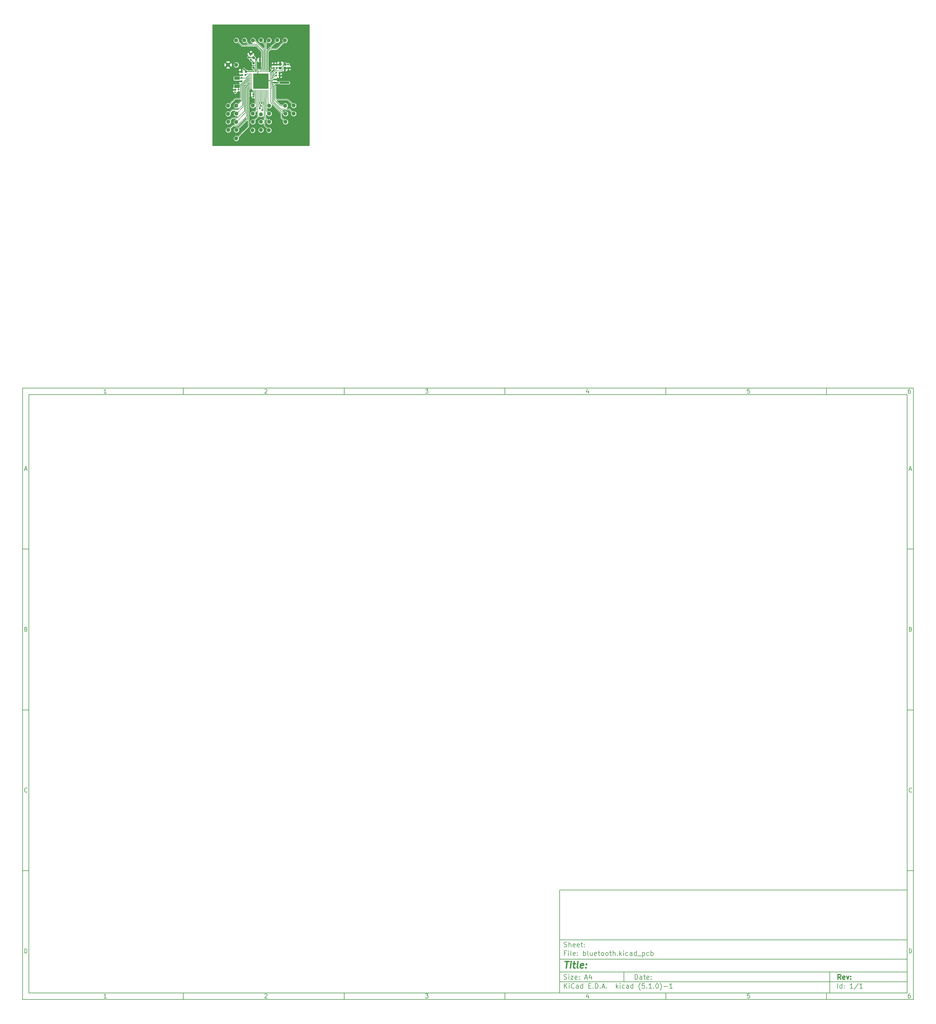
<source format=gbr>
G04 #@! TF.GenerationSoftware,KiCad,Pcbnew,(5.1.0)-1*
G04 #@! TF.CreationDate,2019-07-07T14:12:53+03:00*
G04 #@! TF.ProjectId,bluetooth,626c7565-746f-46f7-9468-2e6b69636164,rev?*
G04 #@! TF.SameCoordinates,Original*
G04 #@! TF.FileFunction,Copper,L1,Top*
G04 #@! TF.FilePolarity,Positive*
%FSLAX46Y46*%
G04 Gerber Fmt 4.6, Leading zero omitted, Abs format (unit mm)*
G04 Created by KiCad (PCBNEW (5.1.0)-1) date 2019-07-07 14:12:53*
%MOMM*%
%LPD*%
G04 APERTURE LIST*
%ADD10C,0.100000*%
%ADD11C,0.150000*%
%ADD12C,0.300000*%
%ADD13C,0.400000*%
G04 #@! TA.AperFunction,ComponentPad*
%ADD14C,1.300000*%
G04 #@! TD*
G04 #@! TA.AperFunction,SMDPad,CuDef*
%ADD15O,0.650000X0.200000*%
G04 #@! TD*
G04 #@! TA.AperFunction,SMDPad,CuDef*
%ADD16O,0.200000X0.650000*%
G04 #@! TD*
G04 #@! TA.AperFunction,SMDPad,CuDef*
%ADD17R,4.700000X4.700000*%
G04 #@! TD*
G04 #@! TA.AperFunction,SMDPad,CuDef*
%ADD18R,0.600000X0.500000*%
G04 #@! TD*
G04 #@! TA.AperFunction,SMDPad,CuDef*
%ADD19C,0.750000*%
G04 #@! TD*
G04 #@! TA.AperFunction,Conductor*
%ADD20C,0.100000*%
G04 #@! TD*
G04 #@! TA.AperFunction,SMDPad,CuDef*
%ADD21C,0.500000*%
G04 #@! TD*
G04 #@! TA.AperFunction,SMDPad,CuDef*
%ADD22R,0.800000X0.750000*%
G04 #@! TD*
G04 #@! TA.AperFunction,SMDPad,CuDef*
%ADD23R,0.500000X0.600000*%
G04 #@! TD*
G04 #@! TA.AperFunction,SMDPad,CuDef*
%ADD24R,0.950000X0.850000*%
G04 #@! TD*
G04 #@! TA.AperFunction,SMDPad,CuDef*
%ADD25R,0.750000X0.800000*%
G04 #@! TD*
G04 #@! TA.AperFunction,SMDPad,CuDef*
%ADD26R,0.650000X0.500000*%
G04 #@! TD*
G04 #@! TA.AperFunction,SMDPad,CuDef*
%ADD27R,1.800000X1.000000*%
G04 #@! TD*
G04 #@! TA.AperFunction,ViaPad*
%ADD28C,0.609600*%
G04 #@! TD*
G04 #@! TA.AperFunction,ViaPad*
%ADD29C,0.660000*%
G04 #@! TD*
G04 #@! TA.AperFunction,Conductor*
%ADD30C,0.152400*%
G04 #@! TD*
G04 #@! TA.AperFunction,Conductor*
%ADD31C,0.762000*%
G04 #@! TD*
G04 #@! TA.AperFunction,Conductor*
%ADD32C,0.254000*%
G04 #@! TD*
G04 #@! TA.AperFunction,Conductor*
%ADD33C,0.228600*%
G04 #@! TD*
G04 #@! TA.AperFunction,Conductor*
%ADD34C,0.381000*%
G04 #@! TD*
G04 #@! TA.AperFunction,Conductor*
%ADD35C,0.508000*%
G04 #@! TD*
G04 #@! TA.AperFunction,Conductor*
%ADD36C,0.203200*%
G04 #@! TD*
G04 #@! TA.AperFunction,Conductor*
%ADD37C,0.279400*%
G04 #@! TD*
G04 APERTURE END LIST*
D10*
D11*
X177002200Y-166007200D02*
X177002200Y-198007200D01*
X285002200Y-198007200D01*
X285002200Y-166007200D01*
X177002200Y-166007200D01*
D10*
D11*
X10000000Y-10000000D02*
X10000000Y-200007200D01*
X287002200Y-200007200D01*
X287002200Y-10000000D01*
X10000000Y-10000000D01*
D10*
D11*
X12000000Y-12000000D02*
X12000000Y-198007200D01*
X285002200Y-198007200D01*
X285002200Y-12000000D01*
X12000000Y-12000000D01*
D10*
D11*
X60000000Y-12000000D02*
X60000000Y-10000000D01*
D10*
D11*
X110000000Y-12000000D02*
X110000000Y-10000000D01*
D10*
D11*
X160000000Y-12000000D02*
X160000000Y-10000000D01*
D10*
D11*
X210000000Y-12000000D02*
X210000000Y-10000000D01*
D10*
D11*
X260000000Y-12000000D02*
X260000000Y-10000000D01*
D10*
D11*
X36065476Y-11588095D02*
X35322619Y-11588095D01*
X35694047Y-11588095D02*
X35694047Y-10288095D01*
X35570238Y-10473809D01*
X35446428Y-10597619D01*
X35322619Y-10659523D01*
D10*
D11*
X85322619Y-10411904D02*
X85384523Y-10350000D01*
X85508333Y-10288095D01*
X85817857Y-10288095D01*
X85941666Y-10350000D01*
X86003571Y-10411904D01*
X86065476Y-10535714D01*
X86065476Y-10659523D01*
X86003571Y-10845238D01*
X85260714Y-11588095D01*
X86065476Y-11588095D01*
D10*
D11*
X135260714Y-10288095D02*
X136065476Y-10288095D01*
X135632142Y-10783333D01*
X135817857Y-10783333D01*
X135941666Y-10845238D01*
X136003571Y-10907142D01*
X136065476Y-11030952D01*
X136065476Y-11340476D01*
X136003571Y-11464285D01*
X135941666Y-11526190D01*
X135817857Y-11588095D01*
X135446428Y-11588095D01*
X135322619Y-11526190D01*
X135260714Y-11464285D01*
D10*
D11*
X185941666Y-10721428D02*
X185941666Y-11588095D01*
X185632142Y-10226190D02*
X185322619Y-11154761D01*
X186127380Y-11154761D01*
D10*
D11*
X236003571Y-10288095D02*
X235384523Y-10288095D01*
X235322619Y-10907142D01*
X235384523Y-10845238D01*
X235508333Y-10783333D01*
X235817857Y-10783333D01*
X235941666Y-10845238D01*
X236003571Y-10907142D01*
X236065476Y-11030952D01*
X236065476Y-11340476D01*
X236003571Y-11464285D01*
X235941666Y-11526190D01*
X235817857Y-11588095D01*
X235508333Y-11588095D01*
X235384523Y-11526190D01*
X235322619Y-11464285D01*
D10*
D11*
X285941666Y-10288095D02*
X285694047Y-10288095D01*
X285570238Y-10350000D01*
X285508333Y-10411904D01*
X285384523Y-10597619D01*
X285322619Y-10845238D01*
X285322619Y-11340476D01*
X285384523Y-11464285D01*
X285446428Y-11526190D01*
X285570238Y-11588095D01*
X285817857Y-11588095D01*
X285941666Y-11526190D01*
X286003571Y-11464285D01*
X286065476Y-11340476D01*
X286065476Y-11030952D01*
X286003571Y-10907142D01*
X285941666Y-10845238D01*
X285817857Y-10783333D01*
X285570238Y-10783333D01*
X285446428Y-10845238D01*
X285384523Y-10907142D01*
X285322619Y-11030952D01*
D10*
D11*
X60000000Y-198007200D02*
X60000000Y-200007200D01*
D10*
D11*
X110000000Y-198007200D02*
X110000000Y-200007200D01*
D10*
D11*
X160000000Y-198007200D02*
X160000000Y-200007200D01*
D10*
D11*
X210000000Y-198007200D02*
X210000000Y-200007200D01*
D10*
D11*
X260000000Y-198007200D02*
X260000000Y-200007200D01*
D10*
D11*
X36065476Y-199595295D02*
X35322619Y-199595295D01*
X35694047Y-199595295D02*
X35694047Y-198295295D01*
X35570238Y-198481009D01*
X35446428Y-198604819D01*
X35322619Y-198666723D01*
D10*
D11*
X85322619Y-198419104D02*
X85384523Y-198357200D01*
X85508333Y-198295295D01*
X85817857Y-198295295D01*
X85941666Y-198357200D01*
X86003571Y-198419104D01*
X86065476Y-198542914D01*
X86065476Y-198666723D01*
X86003571Y-198852438D01*
X85260714Y-199595295D01*
X86065476Y-199595295D01*
D10*
D11*
X135260714Y-198295295D02*
X136065476Y-198295295D01*
X135632142Y-198790533D01*
X135817857Y-198790533D01*
X135941666Y-198852438D01*
X136003571Y-198914342D01*
X136065476Y-199038152D01*
X136065476Y-199347676D01*
X136003571Y-199471485D01*
X135941666Y-199533390D01*
X135817857Y-199595295D01*
X135446428Y-199595295D01*
X135322619Y-199533390D01*
X135260714Y-199471485D01*
D10*
D11*
X185941666Y-198728628D02*
X185941666Y-199595295D01*
X185632142Y-198233390D02*
X185322619Y-199161961D01*
X186127380Y-199161961D01*
D10*
D11*
X236003571Y-198295295D02*
X235384523Y-198295295D01*
X235322619Y-198914342D01*
X235384523Y-198852438D01*
X235508333Y-198790533D01*
X235817857Y-198790533D01*
X235941666Y-198852438D01*
X236003571Y-198914342D01*
X236065476Y-199038152D01*
X236065476Y-199347676D01*
X236003571Y-199471485D01*
X235941666Y-199533390D01*
X235817857Y-199595295D01*
X235508333Y-199595295D01*
X235384523Y-199533390D01*
X235322619Y-199471485D01*
D10*
D11*
X285941666Y-198295295D02*
X285694047Y-198295295D01*
X285570238Y-198357200D01*
X285508333Y-198419104D01*
X285384523Y-198604819D01*
X285322619Y-198852438D01*
X285322619Y-199347676D01*
X285384523Y-199471485D01*
X285446428Y-199533390D01*
X285570238Y-199595295D01*
X285817857Y-199595295D01*
X285941666Y-199533390D01*
X286003571Y-199471485D01*
X286065476Y-199347676D01*
X286065476Y-199038152D01*
X286003571Y-198914342D01*
X285941666Y-198852438D01*
X285817857Y-198790533D01*
X285570238Y-198790533D01*
X285446428Y-198852438D01*
X285384523Y-198914342D01*
X285322619Y-199038152D01*
D10*
D11*
X10000000Y-60000000D02*
X12000000Y-60000000D01*
D10*
D11*
X10000000Y-110000000D02*
X12000000Y-110000000D01*
D10*
D11*
X10000000Y-160000000D02*
X12000000Y-160000000D01*
D10*
D11*
X10690476Y-35216666D02*
X11309523Y-35216666D01*
X10566666Y-35588095D02*
X11000000Y-34288095D01*
X11433333Y-35588095D01*
D10*
D11*
X11092857Y-84907142D02*
X11278571Y-84969047D01*
X11340476Y-85030952D01*
X11402380Y-85154761D01*
X11402380Y-85340476D01*
X11340476Y-85464285D01*
X11278571Y-85526190D01*
X11154761Y-85588095D01*
X10659523Y-85588095D01*
X10659523Y-84288095D01*
X11092857Y-84288095D01*
X11216666Y-84350000D01*
X11278571Y-84411904D01*
X11340476Y-84535714D01*
X11340476Y-84659523D01*
X11278571Y-84783333D01*
X11216666Y-84845238D01*
X11092857Y-84907142D01*
X10659523Y-84907142D01*
D10*
D11*
X11402380Y-135464285D02*
X11340476Y-135526190D01*
X11154761Y-135588095D01*
X11030952Y-135588095D01*
X10845238Y-135526190D01*
X10721428Y-135402380D01*
X10659523Y-135278571D01*
X10597619Y-135030952D01*
X10597619Y-134845238D01*
X10659523Y-134597619D01*
X10721428Y-134473809D01*
X10845238Y-134350000D01*
X11030952Y-134288095D01*
X11154761Y-134288095D01*
X11340476Y-134350000D01*
X11402380Y-134411904D01*
D10*
D11*
X10659523Y-185588095D02*
X10659523Y-184288095D01*
X10969047Y-184288095D01*
X11154761Y-184350000D01*
X11278571Y-184473809D01*
X11340476Y-184597619D01*
X11402380Y-184845238D01*
X11402380Y-185030952D01*
X11340476Y-185278571D01*
X11278571Y-185402380D01*
X11154761Y-185526190D01*
X10969047Y-185588095D01*
X10659523Y-185588095D01*
D10*
D11*
X287002200Y-60000000D02*
X285002200Y-60000000D01*
D10*
D11*
X287002200Y-110000000D02*
X285002200Y-110000000D01*
D10*
D11*
X287002200Y-160000000D02*
X285002200Y-160000000D01*
D10*
D11*
X285692676Y-35216666D02*
X286311723Y-35216666D01*
X285568866Y-35588095D02*
X286002200Y-34288095D01*
X286435533Y-35588095D01*
D10*
D11*
X286095057Y-84907142D02*
X286280771Y-84969047D01*
X286342676Y-85030952D01*
X286404580Y-85154761D01*
X286404580Y-85340476D01*
X286342676Y-85464285D01*
X286280771Y-85526190D01*
X286156961Y-85588095D01*
X285661723Y-85588095D01*
X285661723Y-84288095D01*
X286095057Y-84288095D01*
X286218866Y-84350000D01*
X286280771Y-84411904D01*
X286342676Y-84535714D01*
X286342676Y-84659523D01*
X286280771Y-84783333D01*
X286218866Y-84845238D01*
X286095057Y-84907142D01*
X285661723Y-84907142D01*
D10*
D11*
X286404580Y-135464285D02*
X286342676Y-135526190D01*
X286156961Y-135588095D01*
X286033152Y-135588095D01*
X285847438Y-135526190D01*
X285723628Y-135402380D01*
X285661723Y-135278571D01*
X285599819Y-135030952D01*
X285599819Y-134845238D01*
X285661723Y-134597619D01*
X285723628Y-134473809D01*
X285847438Y-134350000D01*
X286033152Y-134288095D01*
X286156961Y-134288095D01*
X286342676Y-134350000D01*
X286404580Y-134411904D01*
D10*
D11*
X285661723Y-185588095D02*
X285661723Y-184288095D01*
X285971247Y-184288095D01*
X286156961Y-184350000D01*
X286280771Y-184473809D01*
X286342676Y-184597619D01*
X286404580Y-184845238D01*
X286404580Y-185030952D01*
X286342676Y-185278571D01*
X286280771Y-185402380D01*
X286156961Y-185526190D01*
X285971247Y-185588095D01*
X285661723Y-185588095D01*
D10*
D11*
X200434342Y-193785771D02*
X200434342Y-192285771D01*
X200791485Y-192285771D01*
X201005771Y-192357200D01*
X201148628Y-192500057D01*
X201220057Y-192642914D01*
X201291485Y-192928628D01*
X201291485Y-193142914D01*
X201220057Y-193428628D01*
X201148628Y-193571485D01*
X201005771Y-193714342D01*
X200791485Y-193785771D01*
X200434342Y-193785771D01*
X202577200Y-193785771D02*
X202577200Y-193000057D01*
X202505771Y-192857200D01*
X202362914Y-192785771D01*
X202077200Y-192785771D01*
X201934342Y-192857200D01*
X202577200Y-193714342D02*
X202434342Y-193785771D01*
X202077200Y-193785771D01*
X201934342Y-193714342D01*
X201862914Y-193571485D01*
X201862914Y-193428628D01*
X201934342Y-193285771D01*
X202077200Y-193214342D01*
X202434342Y-193214342D01*
X202577200Y-193142914D01*
X203077200Y-192785771D02*
X203648628Y-192785771D01*
X203291485Y-192285771D02*
X203291485Y-193571485D01*
X203362914Y-193714342D01*
X203505771Y-193785771D01*
X203648628Y-193785771D01*
X204720057Y-193714342D02*
X204577200Y-193785771D01*
X204291485Y-193785771D01*
X204148628Y-193714342D01*
X204077200Y-193571485D01*
X204077200Y-193000057D01*
X204148628Y-192857200D01*
X204291485Y-192785771D01*
X204577200Y-192785771D01*
X204720057Y-192857200D01*
X204791485Y-193000057D01*
X204791485Y-193142914D01*
X204077200Y-193285771D01*
X205434342Y-193642914D02*
X205505771Y-193714342D01*
X205434342Y-193785771D01*
X205362914Y-193714342D01*
X205434342Y-193642914D01*
X205434342Y-193785771D01*
X205434342Y-192857200D02*
X205505771Y-192928628D01*
X205434342Y-193000057D01*
X205362914Y-192928628D01*
X205434342Y-192857200D01*
X205434342Y-193000057D01*
D10*
D11*
X177002200Y-194507200D02*
X285002200Y-194507200D01*
D10*
D11*
X178434342Y-196585771D02*
X178434342Y-195085771D01*
X179291485Y-196585771D02*
X178648628Y-195728628D01*
X179291485Y-195085771D02*
X178434342Y-195942914D01*
X179934342Y-196585771D02*
X179934342Y-195585771D01*
X179934342Y-195085771D02*
X179862914Y-195157200D01*
X179934342Y-195228628D01*
X180005771Y-195157200D01*
X179934342Y-195085771D01*
X179934342Y-195228628D01*
X181505771Y-196442914D02*
X181434342Y-196514342D01*
X181220057Y-196585771D01*
X181077200Y-196585771D01*
X180862914Y-196514342D01*
X180720057Y-196371485D01*
X180648628Y-196228628D01*
X180577200Y-195942914D01*
X180577200Y-195728628D01*
X180648628Y-195442914D01*
X180720057Y-195300057D01*
X180862914Y-195157200D01*
X181077200Y-195085771D01*
X181220057Y-195085771D01*
X181434342Y-195157200D01*
X181505771Y-195228628D01*
X182791485Y-196585771D02*
X182791485Y-195800057D01*
X182720057Y-195657200D01*
X182577200Y-195585771D01*
X182291485Y-195585771D01*
X182148628Y-195657200D01*
X182791485Y-196514342D02*
X182648628Y-196585771D01*
X182291485Y-196585771D01*
X182148628Y-196514342D01*
X182077200Y-196371485D01*
X182077200Y-196228628D01*
X182148628Y-196085771D01*
X182291485Y-196014342D01*
X182648628Y-196014342D01*
X182791485Y-195942914D01*
X184148628Y-196585771D02*
X184148628Y-195085771D01*
X184148628Y-196514342D02*
X184005771Y-196585771D01*
X183720057Y-196585771D01*
X183577200Y-196514342D01*
X183505771Y-196442914D01*
X183434342Y-196300057D01*
X183434342Y-195871485D01*
X183505771Y-195728628D01*
X183577200Y-195657200D01*
X183720057Y-195585771D01*
X184005771Y-195585771D01*
X184148628Y-195657200D01*
X186005771Y-195800057D02*
X186505771Y-195800057D01*
X186720057Y-196585771D02*
X186005771Y-196585771D01*
X186005771Y-195085771D01*
X186720057Y-195085771D01*
X187362914Y-196442914D02*
X187434342Y-196514342D01*
X187362914Y-196585771D01*
X187291485Y-196514342D01*
X187362914Y-196442914D01*
X187362914Y-196585771D01*
X188077200Y-196585771D02*
X188077200Y-195085771D01*
X188434342Y-195085771D01*
X188648628Y-195157200D01*
X188791485Y-195300057D01*
X188862914Y-195442914D01*
X188934342Y-195728628D01*
X188934342Y-195942914D01*
X188862914Y-196228628D01*
X188791485Y-196371485D01*
X188648628Y-196514342D01*
X188434342Y-196585771D01*
X188077200Y-196585771D01*
X189577200Y-196442914D02*
X189648628Y-196514342D01*
X189577200Y-196585771D01*
X189505771Y-196514342D01*
X189577200Y-196442914D01*
X189577200Y-196585771D01*
X190220057Y-196157200D02*
X190934342Y-196157200D01*
X190077200Y-196585771D02*
X190577200Y-195085771D01*
X191077200Y-196585771D01*
X191577200Y-196442914D02*
X191648628Y-196514342D01*
X191577200Y-196585771D01*
X191505771Y-196514342D01*
X191577200Y-196442914D01*
X191577200Y-196585771D01*
X194577200Y-196585771D02*
X194577200Y-195085771D01*
X194720057Y-196014342D02*
X195148628Y-196585771D01*
X195148628Y-195585771D02*
X194577200Y-196157200D01*
X195791485Y-196585771D02*
X195791485Y-195585771D01*
X195791485Y-195085771D02*
X195720057Y-195157200D01*
X195791485Y-195228628D01*
X195862914Y-195157200D01*
X195791485Y-195085771D01*
X195791485Y-195228628D01*
X197148628Y-196514342D02*
X197005771Y-196585771D01*
X196720057Y-196585771D01*
X196577200Y-196514342D01*
X196505771Y-196442914D01*
X196434342Y-196300057D01*
X196434342Y-195871485D01*
X196505771Y-195728628D01*
X196577200Y-195657200D01*
X196720057Y-195585771D01*
X197005771Y-195585771D01*
X197148628Y-195657200D01*
X198434342Y-196585771D02*
X198434342Y-195800057D01*
X198362914Y-195657200D01*
X198220057Y-195585771D01*
X197934342Y-195585771D01*
X197791485Y-195657200D01*
X198434342Y-196514342D02*
X198291485Y-196585771D01*
X197934342Y-196585771D01*
X197791485Y-196514342D01*
X197720057Y-196371485D01*
X197720057Y-196228628D01*
X197791485Y-196085771D01*
X197934342Y-196014342D01*
X198291485Y-196014342D01*
X198434342Y-195942914D01*
X199791485Y-196585771D02*
X199791485Y-195085771D01*
X199791485Y-196514342D02*
X199648628Y-196585771D01*
X199362914Y-196585771D01*
X199220057Y-196514342D01*
X199148628Y-196442914D01*
X199077200Y-196300057D01*
X199077200Y-195871485D01*
X199148628Y-195728628D01*
X199220057Y-195657200D01*
X199362914Y-195585771D01*
X199648628Y-195585771D01*
X199791485Y-195657200D01*
X202077200Y-197157200D02*
X202005771Y-197085771D01*
X201862914Y-196871485D01*
X201791485Y-196728628D01*
X201720057Y-196514342D01*
X201648628Y-196157200D01*
X201648628Y-195871485D01*
X201720057Y-195514342D01*
X201791485Y-195300057D01*
X201862914Y-195157200D01*
X202005771Y-194942914D01*
X202077200Y-194871485D01*
X203362914Y-195085771D02*
X202648628Y-195085771D01*
X202577200Y-195800057D01*
X202648628Y-195728628D01*
X202791485Y-195657200D01*
X203148628Y-195657200D01*
X203291485Y-195728628D01*
X203362914Y-195800057D01*
X203434342Y-195942914D01*
X203434342Y-196300057D01*
X203362914Y-196442914D01*
X203291485Y-196514342D01*
X203148628Y-196585771D01*
X202791485Y-196585771D01*
X202648628Y-196514342D01*
X202577200Y-196442914D01*
X204077200Y-196442914D02*
X204148628Y-196514342D01*
X204077200Y-196585771D01*
X204005771Y-196514342D01*
X204077200Y-196442914D01*
X204077200Y-196585771D01*
X205577200Y-196585771D02*
X204720057Y-196585771D01*
X205148628Y-196585771D02*
X205148628Y-195085771D01*
X205005771Y-195300057D01*
X204862914Y-195442914D01*
X204720057Y-195514342D01*
X206220057Y-196442914D02*
X206291485Y-196514342D01*
X206220057Y-196585771D01*
X206148628Y-196514342D01*
X206220057Y-196442914D01*
X206220057Y-196585771D01*
X207220057Y-195085771D02*
X207362914Y-195085771D01*
X207505771Y-195157200D01*
X207577200Y-195228628D01*
X207648628Y-195371485D01*
X207720057Y-195657200D01*
X207720057Y-196014342D01*
X207648628Y-196300057D01*
X207577200Y-196442914D01*
X207505771Y-196514342D01*
X207362914Y-196585771D01*
X207220057Y-196585771D01*
X207077200Y-196514342D01*
X207005771Y-196442914D01*
X206934342Y-196300057D01*
X206862914Y-196014342D01*
X206862914Y-195657200D01*
X206934342Y-195371485D01*
X207005771Y-195228628D01*
X207077200Y-195157200D01*
X207220057Y-195085771D01*
X208220057Y-197157200D02*
X208291485Y-197085771D01*
X208434342Y-196871485D01*
X208505771Y-196728628D01*
X208577200Y-196514342D01*
X208648628Y-196157200D01*
X208648628Y-195871485D01*
X208577200Y-195514342D01*
X208505771Y-195300057D01*
X208434342Y-195157200D01*
X208291485Y-194942914D01*
X208220057Y-194871485D01*
X209362914Y-196014342D02*
X210505771Y-196014342D01*
X212005771Y-196585771D02*
X211148628Y-196585771D01*
X211577200Y-196585771D02*
X211577200Y-195085771D01*
X211434342Y-195300057D01*
X211291485Y-195442914D01*
X211148628Y-195514342D01*
D10*
D11*
X177002200Y-191507200D02*
X285002200Y-191507200D01*
D10*
D12*
X264411485Y-193785771D02*
X263911485Y-193071485D01*
X263554342Y-193785771D02*
X263554342Y-192285771D01*
X264125771Y-192285771D01*
X264268628Y-192357200D01*
X264340057Y-192428628D01*
X264411485Y-192571485D01*
X264411485Y-192785771D01*
X264340057Y-192928628D01*
X264268628Y-193000057D01*
X264125771Y-193071485D01*
X263554342Y-193071485D01*
X265625771Y-193714342D02*
X265482914Y-193785771D01*
X265197200Y-193785771D01*
X265054342Y-193714342D01*
X264982914Y-193571485D01*
X264982914Y-193000057D01*
X265054342Y-192857200D01*
X265197200Y-192785771D01*
X265482914Y-192785771D01*
X265625771Y-192857200D01*
X265697200Y-193000057D01*
X265697200Y-193142914D01*
X264982914Y-193285771D01*
X266197200Y-192785771D02*
X266554342Y-193785771D01*
X266911485Y-192785771D01*
X267482914Y-193642914D02*
X267554342Y-193714342D01*
X267482914Y-193785771D01*
X267411485Y-193714342D01*
X267482914Y-193642914D01*
X267482914Y-193785771D01*
X267482914Y-192857200D02*
X267554342Y-192928628D01*
X267482914Y-193000057D01*
X267411485Y-192928628D01*
X267482914Y-192857200D01*
X267482914Y-193000057D01*
D10*
D11*
X178362914Y-193714342D02*
X178577200Y-193785771D01*
X178934342Y-193785771D01*
X179077200Y-193714342D01*
X179148628Y-193642914D01*
X179220057Y-193500057D01*
X179220057Y-193357200D01*
X179148628Y-193214342D01*
X179077200Y-193142914D01*
X178934342Y-193071485D01*
X178648628Y-193000057D01*
X178505771Y-192928628D01*
X178434342Y-192857200D01*
X178362914Y-192714342D01*
X178362914Y-192571485D01*
X178434342Y-192428628D01*
X178505771Y-192357200D01*
X178648628Y-192285771D01*
X179005771Y-192285771D01*
X179220057Y-192357200D01*
X179862914Y-193785771D02*
X179862914Y-192785771D01*
X179862914Y-192285771D02*
X179791485Y-192357200D01*
X179862914Y-192428628D01*
X179934342Y-192357200D01*
X179862914Y-192285771D01*
X179862914Y-192428628D01*
X180434342Y-192785771D02*
X181220057Y-192785771D01*
X180434342Y-193785771D01*
X181220057Y-193785771D01*
X182362914Y-193714342D02*
X182220057Y-193785771D01*
X181934342Y-193785771D01*
X181791485Y-193714342D01*
X181720057Y-193571485D01*
X181720057Y-193000057D01*
X181791485Y-192857200D01*
X181934342Y-192785771D01*
X182220057Y-192785771D01*
X182362914Y-192857200D01*
X182434342Y-193000057D01*
X182434342Y-193142914D01*
X181720057Y-193285771D01*
X183077200Y-193642914D02*
X183148628Y-193714342D01*
X183077200Y-193785771D01*
X183005771Y-193714342D01*
X183077200Y-193642914D01*
X183077200Y-193785771D01*
X183077200Y-192857200D02*
X183148628Y-192928628D01*
X183077200Y-193000057D01*
X183005771Y-192928628D01*
X183077200Y-192857200D01*
X183077200Y-193000057D01*
X184862914Y-193357200D02*
X185577200Y-193357200D01*
X184720057Y-193785771D02*
X185220057Y-192285771D01*
X185720057Y-193785771D01*
X186862914Y-192785771D02*
X186862914Y-193785771D01*
X186505771Y-192214342D02*
X186148628Y-193285771D01*
X187077200Y-193285771D01*
D10*
D11*
X263434342Y-196585771D02*
X263434342Y-195085771D01*
X264791485Y-196585771D02*
X264791485Y-195085771D01*
X264791485Y-196514342D02*
X264648628Y-196585771D01*
X264362914Y-196585771D01*
X264220057Y-196514342D01*
X264148628Y-196442914D01*
X264077200Y-196300057D01*
X264077200Y-195871485D01*
X264148628Y-195728628D01*
X264220057Y-195657200D01*
X264362914Y-195585771D01*
X264648628Y-195585771D01*
X264791485Y-195657200D01*
X265505771Y-196442914D02*
X265577200Y-196514342D01*
X265505771Y-196585771D01*
X265434342Y-196514342D01*
X265505771Y-196442914D01*
X265505771Y-196585771D01*
X265505771Y-195657200D02*
X265577200Y-195728628D01*
X265505771Y-195800057D01*
X265434342Y-195728628D01*
X265505771Y-195657200D01*
X265505771Y-195800057D01*
X268148628Y-196585771D02*
X267291485Y-196585771D01*
X267720057Y-196585771D02*
X267720057Y-195085771D01*
X267577200Y-195300057D01*
X267434342Y-195442914D01*
X267291485Y-195514342D01*
X269862914Y-195014342D02*
X268577200Y-196942914D01*
X271148628Y-196585771D02*
X270291485Y-196585771D01*
X270720057Y-196585771D02*
X270720057Y-195085771D01*
X270577200Y-195300057D01*
X270434342Y-195442914D01*
X270291485Y-195514342D01*
D10*
D11*
X177002200Y-187507200D02*
X285002200Y-187507200D01*
D10*
D13*
X178714580Y-188211961D02*
X179857438Y-188211961D01*
X179036009Y-190211961D02*
X179286009Y-188211961D01*
X180274104Y-190211961D02*
X180440771Y-188878628D01*
X180524104Y-188211961D02*
X180416961Y-188307200D01*
X180500295Y-188402438D01*
X180607438Y-188307200D01*
X180524104Y-188211961D01*
X180500295Y-188402438D01*
X181107438Y-188878628D02*
X181869342Y-188878628D01*
X181476485Y-188211961D02*
X181262200Y-189926247D01*
X181333628Y-190116723D01*
X181512200Y-190211961D01*
X181702676Y-190211961D01*
X182655057Y-190211961D02*
X182476485Y-190116723D01*
X182405057Y-189926247D01*
X182619342Y-188211961D01*
X184190771Y-190116723D02*
X183988390Y-190211961D01*
X183607438Y-190211961D01*
X183428866Y-190116723D01*
X183357438Y-189926247D01*
X183452676Y-189164342D01*
X183571723Y-188973866D01*
X183774104Y-188878628D01*
X184155057Y-188878628D01*
X184333628Y-188973866D01*
X184405057Y-189164342D01*
X184381247Y-189354819D01*
X183405057Y-189545295D01*
X185155057Y-190021485D02*
X185238390Y-190116723D01*
X185131247Y-190211961D01*
X185047914Y-190116723D01*
X185155057Y-190021485D01*
X185131247Y-190211961D01*
X185286009Y-188973866D02*
X185369342Y-189069104D01*
X185262200Y-189164342D01*
X185178866Y-189069104D01*
X185286009Y-188973866D01*
X185262200Y-189164342D01*
D10*
D11*
X178934342Y-185600057D02*
X178434342Y-185600057D01*
X178434342Y-186385771D02*
X178434342Y-184885771D01*
X179148628Y-184885771D01*
X179720057Y-186385771D02*
X179720057Y-185385771D01*
X179720057Y-184885771D02*
X179648628Y-184957200D01*
X179720057Y-185028628D01*
X179791485Y-184957200D01*
X179720057Y-184885771D01*
X179720057Y-185028628D01*
X180648628Y-186385771D02*
X180505771Y-186314342D01*
X180434342Y-186171485D01*
X180434342Y-184885771D01*
X181791485Y-186314342D02*
X181648628Y-186385771D01*
X181362914Y-186385771D01*
X181220057Y-186314342D01*
X181148628Y-186171485D01*
X181148628Y-185600057D01*
X181220057Y-185457200D01*
X181362914Y-185385771D01*
X181648628Y-185385771D01*
X181791485Y-185457200D01*
X181862914Y-185600057D01*
X181862914Y-185742914D01*
X181148628Y-185885771D01*
X182505771Y-186242914D02*
X182577200Y-186314342D01*
X182505771Y-186385771D01*
X182434342Y-186314342D01*
X182505771Y-186242914D01*
X182505771Y-186385771D01*
X182505771Y-185457200D02*
X182577200Y-185528628D01*
X182505771Y-185600057D01*
X182434342Y-185528628D01*
X182505771Y-185457200D01*
X182505771Y-185600057D01*
X184362914Y-186385771D02*
X184362914Y-184885771D01*
X184362914Y-185457200D02*
X184505771Y-185385771D01*
X184791485Y-185385771D01*
X184934342Y-185457200D01*
X185005771Y-185528628D01*
X185077200Y-185671485D01*
X185077200Y-186100057D01*
X185005771Y-186242914D01*
X184934342Y-186314342D01*
X184791485Y-186385771D01*
X184505771Y-186385771D01*
X184362914Y-186314342D01*
X185934342Y-186385771D02*
X185791485Y-186314342D01*
X185720057Y-186171485D01*
X185720057Y-184885771D01*
X187148628Y-185385771D02*
X187148628Y-186385771D01*
X186505771Y-185385771D02*
X186505771Y-186171485D01*
X186577200Y-186314342D01*
X186720057Y-186385771D01*
X186934342Y-186385771D01*
X187077200Y-186314342D01*
X187148628Y-186242914D01*
X188434342Y-186314342D02*
X188291485Y-186385771D01*
X188005771Y-186385771D01*
X187862914Y-186314342D01*
X187791485Y-186171485D01*
X187791485Y-185600057D01*
X187862914Y-185457200D01*
X188005771Y-185385771D01*
X188291485Y-185385771D01*
X188434342Y-185457200D01*
X188505771Y-185600057D01*
X188505771Y-185742914D01*
X187791485Y-185885771D01*
X188934342Y-185385771D02*
X189505771Y-185385771D01*
X189148628Y-184885771D02*
X189148628Y-186171485D01*
X189220057Y-186314342D01*
X189362914Y-186385771D01*
X189505771Y-186385771D01*
X190220057Y-186385771D02*
X190077200Y-186314342D01*
X190005771Y-186242914D01*
X189934342Y-186100057D01*
X189934342Y-185671485D01*
X190005771Y-185528628D01*
X190077200Y-185457200D01*
X190220057Y-185385771D01*
X190434342Y-185385771D01*
X190577200Y-185457200D01*
X190648628Y-185528628D01*
X190720057Y-185671485D01*
X190720057Y-186100057D01*
X190648628Y-186242914D01*
X190577200Y-186314342D01*
X190434342Y-186385771D01*
X190220057Y-186385771D01*
X191577200Y-186385771D02*
X191434342Y-186314342D01*
X191362914Y-186242914D01*
X191291485Y-186100057D01*
X191291485Y-185671485D01*
X191362914Y-185528628D01*
X191434342Y-185457200D01*
X191577200Y-185385771D01*
X191791485Y-185385771D01*
X191934342Y-185457200D01*
X192005771Y-185528628D01*
X192077200Y-185671485D01*
X192077200Y-186100057D01*
X192005771Y-186242914D01*
X191934342Y-186314342D01*
X191791485Y-186385771D01*
X191577200Y-186385771D01*
X192505771Y-185385771D02*
X193077200Y-185385771D01*
X192720057Y-184885771D02*
X192720057Y-186171485D01*
X192791485Y-186314342D01*
X192934342Y-186385771D01*
X193077200Y-186385771D01*
X193577200Y-186385771D02*
X193577200Y-184885771D01*
X194220057Y-186385771D02*
X194220057Y-185600057D01*
X194148628Y-185457200D01*
X194005771Y-185385771D01*
X193791485Y-185385771D01*
X193648628Y-185457200D01*
X193577200Y-185528628D01*
X194934342Y-186242914D02*
X195005771Y-186314342D01*
X194934342Y-186385771D01*
X194862914Y-186314342D01*
X194934342Y-186242914D01*
X194934342Y-186385771D01*
X195648628Y-186385771D02*
X195648628Y-184885771D01*
X195791485Y-185814342D02*
X196220057Y-186385771D01*
X196220057Y-185385771D02*
X195648628Y-185957200D01*
X196862914Y-186385771D02*
X196862914Y-185385771D01*
X196862914Y-184885771D02*
X196791485Y-184957200D01*
X196862914Y-185028628D01*
X196934342Y-184957200D01*
X196862914Y-184885771D01*
X196862914Y-185028628D01*
X198220057Y-186314342D02*
X198077200Y-186385771D01*
X197791485Y-186385771D01*
X197648628Y-186314342D01*
X197577200Y-186242914D01*
X197505771Y-186100057D01*
X197505771Y-185671485D01*
X197577200Y-185528628D01*
X197648628Y-185457200D01*
X197791485Y-185385771D01*
X198077200Y-185385771D01*
X198220057Y-185457200D01*
X199505771Y-186385771D02*
X199505771Y-185600057D01*
X199434342Y-185457200D01*
X199291485Y-185385771D01*
X199005771Y-185385771D01*
X198862914Y-185457200D01*
X199505771Y-186314342D02*
X199362914Y-186385771D01*
X199005771Y-186385771D01*
X198862914Y-186314342D01*
X198791485Y-186171485D01*
X198791485Y-186028628D01*
X198862914Y-185885771D01*
X199005771Y-185814342D01*
X199362914Y-185814342D01*
X199505771Y-185742914D01*
X200862914Y-186385771D02*
X200862914Y-184885771D01*
X200862914Y-186314342D02*
X200720057Y-186385771D01*
X200434342Y-186385771D01*
X200291485Y-186314342D01*
X200220057Y-186242914D01*
X200148628Y-186100057D01*
X200148628Y-185671485D01*
X200220057Y-185528628D01*
X200291485Y-185457200D01*
X200434342Y-185385771D01*
X200720057Y-185385771D01*
X200862914Y-185457200D01*
X201220057Y-186528628D02*
X202362914Y-186528628D01*
X202720057Y-185385771D02*
X202720057Y-186885771D01*
X202720057Y-185457200D02*
X202862914Y-185385771D01*
X203148628Y-185385771D01*
X203291485Y-185457200D01*
X203362914Y-185528628D01*
X203434342Y-185671485D01*
X203434342Y-186100057D01*
X203362914Y-186242914D01*
X203291485Y-186314342D01*
X203148628Y-186385771D01*
X202862914Y-186385771D01*
X202720057Y-186314342D01*
X204720057Y-186314342D02*
X204577200Y-186385771D01*
X204291485Y-186385771D01*
X204148628Y-186314342D01*
X204077200Y-186242914D01*
X204005771Y-186100057D01*
X204005771Y-185671485D01*
X204077200Y-185528628D01*
X204148628Y-185457200D01*
X204291485Y-185385771D01*
X204577200Y-185385771D01*
X204720057Y-185457200D01*
X205362914Y-186385771D02*
X205362914Y-184885771D01*
X205362914Y-185457200D02*
X205505771Y-185385771D01*
X205791485Y-185385771D01*
X205934342Y-185457200D01*
X206005771Y-185528628D01*
X206077200Y-185671485D01*
X206077200Y-186100057D01*
X206005771Y-186242914D01*
X205934342Y-186314342D01*
X205791485Y-186385771D01*
X205505771Y-186385771D01*
X205362914Y-186314342D01*
D10*
D11*
X177002200Y-181507200D02*
X285002200Y-181507200D01*
D10*
D11*
X178362914Y-183614342D02*
X178577200Y-183685771D01*
X178934342Y-183685771D01*
X179077200Y-183614342D01*
X179148628Y-183542914D01*
X179220057Y-183400057D01*
X179220057Y-183257200D01*
X179148628Y-183114342D01*
X179077200Y-183042914D01*
X178934342Y-182971485D01*
X178648628Y-182900057D01*
X178505771Y-182828628D01*
X178434342Y-182757200D01*
X178362914Y-182614342D01*
X178362914Y-182471485D01*
X178434342Y-182328628D01*
X178505771Y-182257200D01*
X178648628Y-182185771D01*
X179005771Y-182185771D01*
X179220057Y-182257200D01*
X179862914Y-183685771D02*
X179862914Y-182185771D01*
X180505771Y-183685771D02*
X180505771Y-182900057D01*
X180434342Y-182757200D01*
X180291485Y-182685771D01*
X180077200Y-182685771D01*
X179934342Y-182757200D01*
X179862914Y-182828628D01*
X181791485Y-183614342D02*
X181648628Y-183685771D01*
X181362914Y-183685771D01*
X181220057Y-183614342D01*
X181148628Y-183471485D01*
X181148628Y-182900057D01*
X181220057Y-182757200D01*
X181362914Y-182685771D01*
X181648628Y-182685771D01*
X181791485Y-182757200D01*
X181862914Y-182900057D01*
X181862914Y-183042914D01*
X181148628Y-183185771D01*
X183077200Y-183614342D02*
X182934342Y-183685771D01*
X182648628Y-183685771D01*
X182505771Y-183614342D01*
X182434342Y-183471485D01*
X182434342Y-182900057D01*
X182505771Y-182757200D01*
X182648628Y-182685771D01*
X182934342Y-182685771D01*
X183077200Y-182757200D01*
X183148628Y-182900057D01*
X183148628Y-183042914D01*
X182434342Y-183185771D01*
X183577200Y-182685771D02*
X184148628Y-182685771D01*
X183791485Y-182185771D02*
X183791485Y-183471485D01*
X183862914Y-183614342D01*
X184005771Y-183685771D01*
X184148628Y-183685771D01*
X184648628Y-183542914D02*
X184720057Y-183614342D01*
X184648628Y-183685771D01*
X184577200Y-183614342D01*
X184648628Y-183542914D01*
X184648628Y-183685771D01*
X184648628Y-182757200D02*
X184720057Y-182828628D01*
X184648628Y-182900057D01*
X184577200Y-182828628D01*
X184648628Y-182757200D01*
X184648628Y-182900057D01*
D10*
D11*
X197002200Y-191507200D02*
X197002200Y-194507200D01*
D10*
D11*
X261002200Y-191507200D02*
X261002200Y-198007200D01*
D14*
G04 #@! TO.P,U22,1*
G04 #@! TO.N,Net-(U22-Pad1)*
X86650000Y77830000D03*
G04 #@! TD*
G04 #@! TO.P,U26,GND*
G04 #@! TO.N,GND*
X73890000Y90530000D03*
G04 #@! TD*
G04 #@! TO.P,U8,1*
G04 #@! TO.N,N/C*
X76430000Y90530000D03*
G04 #@! TD*
D15*
G04 #@! TO.P,U1,1*
G04 #@! TO.N,DEC1*
X81080940Y87691620D03*
G04 #@! TO.P,U1,2*
G04 #@! TO.N,P0.00/XL1*
X81080940Y87291620D03*
G04 #@! TO.P,U1,3*
G04 #@! TO.N,P0.01/XL2*
X81080940Y86891620D03*
G04 #@! TO.P,U1,4*
G04 #@! TO.N,N/C*
X81080940Y86491620D03*
G04 #@! TO.P,U1,5*
X81080940Y86091620D03*
G04 #@! TO.P,U1,6*
X81080940Y85691620D03*
G04 #@! TO.P,U1,7*
X81080940Y85291620D03*
G04 #@! TO.P,U1,8*
X81080940Y84891620D03*
G04 #@! TO.P,U1,9*
X81080940Y84491620D03*
G04 #@! TO.P,U1,10*
X81080940Y84091620D03*
G04 #@! TO.P,U1,11*
X81080940Y83691620D03*
G04 #@! TO.P,U1,12*
X81080940Y83291620D03*
D16*
G04 #@! TO.P,U1,13*
G04 #@! TO.N,VDD_NRF*
X81905930Y82466620D03*
G04 #@! TO.P,U1,14*
G04 #@! TO.N,N/C*
X82305930Y82466620D03*
G04 #@! TO.P,U1,15*
X82705940Y82466620D03*
G04 #@! TO.P,U1,16*
X83105930Y82466620D03*
G04 #@! TO.P,U1,17*
X83505930Y82466620D03*
G04 #@! TO.P,U1,18*
X83905940Y82466620D03*
G04 #@! TO.P,U1,19*
X84305940Y82466620D03*
G04 #@! TO.P,U1,20*
X84705940Y82466620D03*
G04 #@! TO.P,U1,21*
X85105940Y82466620D03*
G04 #@! TO.P,U1,22*
X85505940Y82466620D03*
G04 #@! TO.P,U1,23*
X85905940Y82466620D03*
G04 #@! TO.P,U1,24*
X86305940Y82466620D03*
D15*
G04 #@! TO.P,U1,25*
X87130940Y83291620D03*
G04 #@! TO.P,U1,26*
X87130940Y83691620D03*
G04 #@! TO.P,U1,27*
X87130940Y84091620D03*
G04 #@! TO.P,U1,28*
X87130940Y84491620D03*
G04 #@! TO.P,U1,29*
X87130940Y84891620D03*
G04 #@! TO.P,U1,30*
G04 #@! TO.N,NetC3_2*
X87130940Y85291620D03*
G04 #@! TO.P,U1,31*
G04 #@! TO.N,GND*
X87130940Y85691620D03*
G04 #@! TO.P,U1,32*
G04 #@! TO.N,DEC2*
X87130940Y86091620D03*
G04 #@! TO.P,U1,33*
G04 #@! TO.N,DEC3*
X87130940Y86491620D03*
G04 #@! TO.P,U1,34*
G04 #@! TO.N,XC1*
X87130940Y86891620D03*
G04 #@! TO.P,U1,35*
G04 #@! TO.N,XC2*
X87130940Y87291620D03*
G04 #@! TO.P,U1,36*
G04 #@! TO.N,VDD_NRF*
X87130940Y87691620D03*
D16*
G04 #@! TO.P,U1,37*
G04 #@! TO.N,N/C*
X86305940Y88516620D03*
G04 #@! TO.P,U1,38*
X85905930Y88516620D03*
G04 #@! TO.P,U1,39*
X85505940Y88516620D03*
G04 #@! TO.P,U1,40*
X85105940Y88516620D03*
G04 #@! TO.P,U1,41*
X84705930Y88516620D03*
G04 #@! TO.P,U1,42*
X84305940Y88516620D03*
G04 #@! TO.P,U1,43*
X83905930Y88516620D03*
G04 #@! TO.P,U1,44*
X83505930Y88516620D03*
G04 #@! TO.P,U1,45*
G04 #@! TO.N,GND*
X83105930Y88516620D03*
G04 #@! TO.P,U1,46*
G04 #@! TO.N,DEC4*
X82705930Y88516620D03*
G04 #@! TO.P,U1,47*
G04 #@! TO.N,NetL2_2*
X82305930Y88516620D03*
G04 #@! TO.P,U1,48*
G04 #@! TO.N,VDD_NRF*
X81905930Y88516620D03*
D17*
G04 #@! TO.P,U1,49*
G04 #@! TO.N,GND*
X84105940Y85491620D03*
G04 #@! TD*
D14*
G04 #@! TO.P,U33,1*
G04 #@! TO.N,N/C*
X76430000Y77830000D03*
G04 #@! TD*
G04 #@! TO.P,U31,1*
G04 #@! TO.N,N/C*
X81510000Y70210000D03*
G04 #@! TD*
G04 #@! TO.P,U25,1*
G04 #@! TO.N,N/C*
X73950000Y72800000D03*
G04 #@! TD*
G04 #@! TO.P,U20,1*
G04 #@! TO.N,N/C*
X84110000Y72800000D03*
G04 #@! TD*
G04 #@! TO.P,U19,1*
G04 #@! TO.N,N/C*
X91670000Y77830000D03*
G04 #@! TD*
D18*
G04 #@! TO.P,C12,1*
G04 #@! TO.N,P0.01/XL2*
X77138330Y82799220D03*
G04 #@! TO.P,C12,2*
G04 #@! TO.N,GND*
X76138330Y82799220D03*
G04 #@! TD*
D19*
G04 #@! TO.P,C10,2*
G04 #@! TO.N,DEC4*
X81797340Y92802820D03*
D20*
G04 #@! TD*
G04 #@! TO.N,DEC4*
G04 #@! TO.C,C10*
G36*
X81731968Y92258438D02*
G01*
X81249877Y92832972D01*
X81862712Y93347202D01*
X82344803Y92772668D01*
X81731968Y92258438D01*
X81731968Y92258438D01*
G37*
D19*
G04 #@! TO.P,C10,1*
G04 #@! TO.N,GND*
X80929570Y93836980D03*
D20*
G04 #@! TD*
G04 #@! TO.N,GND*
G04 #@! TO.C,C10*
G36*
X80864198Y93292598D02*
G01*
X80382107Y93867132D01*
X80994942Y94381362D01*
X81477033Y93806828D01*
X80864198Y93292598D01*
X80864198Y93292598D01*
G37*
D21*
G04 #@! TO.P,L3,2*
G04 #@! TO.N,NetL2_1*
X80982980Y92092430D03*
D20*
G04 #@! TD*
G04 #@! TO.N,NetL2_1*
G04 #@! TO.C,L3*
G36*
X81000375Y91682769D02*
G01*
X80582563Y92180698D01*
X80965585Y92502091D01*
X81383397Y92004162D01*
X81000375Y91682769D01*
X81000375Y91682769D01*
G37*
D21*
G04 #@! TO.P,L3,1*
G04 #@! TO.N,DEC4*
X80372330Y92820170D03*
D20*
G04 #@! TD*
G04 #@! TO.N,DEC4*
G04 #@! TO.C,L3*
G36*
X80389725Y92410509D02*
G01*
X79971913Y92908438D01*
X80354935Y93229831D01*
X80772747Y92731902D01*
X80389725Y92410509D01*
X80389725Y92410509D01*
G37*
D22*
G04 #@! TO.P,L2,1*
G04 #@! TO.N,NetL2_1*
X81845340Y91048580D03*
G04 #@! TO.P,L2,2*
G04 #@! TO.N,NetL2_2*
X81845340Y89698580D03*
G04 #@! TD*
D18*
G04 #@! TO.P,C4,1*
G04 #@! TO.N,DEC1*
X79271930Y87371220D03*
G04 #@! TO.P,C4,2*
G04 #@! TO.N,GND*
X78271930Y87371220D03*
G04 #@! TD*
G04 #@! TO.P,C5,1*
G04 #@! TO.N,VDD_NRF*
X81761130Y81402220D03*
G04 #@! TO.P,C5,2*
G04 #@! TO.N,GND*
X80761130Y81402220D03*
G04 #@! TD*
G04 #@! TO.P,C7,1*
G04 #@! TO.N,DEC3*
X88889140Y88107820D03*
G04 #@! TO.P,C7,2*
G04 #@! TO.N,GND*
X89889140Y88107820D03*
G04 #@! TD*
D23*
G04 #@! TO.P,C1,1*
G04 #@! TO.N,XC1*
X92589370Y90589200D03*
G04 #@! TO.P,C1,2*
G04 #@! TO.N,GND*
X92589370Y89589200D03*
G04 #@! TD*
D24*
G04 #@! TO.P,X1,3*
G04 #@! TO.N,XC2*
X90086370Y89514200D03*
G04 #@! TO.P,X1,2*
G04 #@! TO.N,GND*
X90086370Y90664200D03*
G04 #@! TO.P,X1,1*
G04 #@! TO.N,XC1*
X91536370Y90664200D03*
G04 #@! TO.P,X1,4*
G04 #@! TO.N,GND*
X91536370Y89514200D03*
G04 #@! TD*
D23*
G04 #@! TO.P,C8,1*
G04 #@! TO.N,VDD_NRF*
X88144370Y89589200D03*
G04 #@! TO.P,C8,2*
G04 #@! TO.N,GND*
X88144370Y90589200D03*
G04 #@! TD*
D25*
G04 #@! TO.P,C9,2*
G04 #@! TO.N,GND*
X78096940Y88412620D03*
G04 #@! TO.P,C9,1*
G04 #@! TO.N,VDD_NRF*
X79446940Y88412620D03*
G04 #@! TD*
D18*
G04 #@! TO.P,C6,1*
G04 #@! TO.N,GND*
X89889130Y87218820D03*
G04 #@! TO.P,C6,2*
G04 #@! TO.N,DEC2*
X88889130Y87218820D03*
G04 #@! TD*
D23*
G04 #@! TO.P,C2,1*
G04 #@! TO.N,XC2*
X89033370Y89589200D03*
G04 #@! TO.P,C2,2*
G04 #@! TO.N,GND*
X89033370Y90589200D03*
G04 #@! TD*
D26*
G04 #@! TO.P,L1,2*
G04 #@! TO.N,N/C*
X90194340Y84983620D03*
G04 #@! TO.P,L1,1*
G04 #@! TO.N,NetC3_2*
X89244340Y84983620D03*
G04 #@! TD*
D23*
G04 #@! TO.P,C3,1*
G04 #@! TO.N,GND*
X88296940Y85991620D03*
G04 #@! TO.P,C3,2*
G04 #@! TO.N,NetC3_2*
X88296940Y84991620D03*
G04 #@! TD*
D27*
G04 #@! TO.P,X2,2*
G04 #@! TO.N,P0.01/XL2*
X76638340Y83860620D03*
G04 #@! TO.P,X2,1*
G04 #@! TO.N,P0.00/XL1*
X76638340Y86360610D03*
G04 #@! TD*
D23*
G04 #@! TO.P,C11,1*
G04 #@! TO.N,P0.00/XL1*
X78060740Y86448820D03*
G04 #@! TO.P,C11,2*
G04 #@! TO.N,GND*
X78060740Y85448820D03*
G04 #@! TD*
D18*
G04 #@! TO.P,C13,1*
G04 #@! TO.N,DEC4*
X82793140Y92070220D03*
G04 #@! TO.P,C13,2*
G04 #@! TO.N,GND*
X83793140Y92070220D03*
G04 #@! TD*
D14*
G04 #@! TO.P,U32,1*
G04 #@! TO.N,Net-(U32-Pad1)*
X73890000Y75290000D03*
G04 #@! TD*
G04 #@! TO.P,U30,1*
G04 #@! TO.N,Net-(U30-Pad1)*
X76430000Y72750000D03*
G04 #@! TD*
G04 #@! TO.P,U29,1*
G04 #@! TO.N,Net-(U29-Pad1)*
X73890000Y77830000D03*
G04 #@! TD*
G04 #@! TO.P,U28,1*
G04 #@! TO.N,Net-(U28-Pad1)*
X73950000Y70260000D03*
G04 #@! TD*
G04 #@! TO.P,U27,1*
G04 #@! TO.N,Net-(U27-Pad1)*
X84110000Y70260000D03*
G04 #@! TD*
G04 #@! TO.P,U24,1*
G04 #@! TO.N,Net-(U24-Pad1)*
X76430000Y67670000D03*
G04 #@! TD*
G04 #@! TO.P,U23,1*
G04 #@! TO.N,Net-(U23-Pad1)*
X86590000Y70210000D03*
G04 #@! TD*
G04 #@! TO.P,U22,1*
G04 #@! TO.N,Net-(U22-Pad1)*
X86650000Y75340000D03*
G04 #@! TD*
G04 #@! TO.P,U21,1*
G04 #@! TO.N,Net-(U21-Pad1)*
X76490000Y75340000D03*
G04 #@! TD*
G04 #@! TO.P,U18,1*
G04 #@! TO.N,Net-(U18-Pad1)*
X84140000Y75110000D03*
G04 #@! TD*
G04 #@! TO.P,U17,1*
G04 #@! TO.N,Net-(U17-Pad1)*
X81570000Y72800000D03*
G04 #@! TD*
G04 #@! TO.P,U16,1*
G04 #@! TO.N,Net-(U16-Pad1)*
X91730000Y75340000D03*
G04 #@! TD*
G04 #@! TO.P,U15,1*
G04 #@! TO.N,Net-(U15-Pad1)*
X94270000Y77880000D03*
G04 #@! TD*
G04 #@! TO.P,U14,1*
G04 #@! TO.N,Net-(U14-Pad1)*
X81570000Y77880000D03*
G04 #@! TD*
G04 #@! TO.P,U13,1*
G04 #@! TO.N,Net-(U13-Pad1)*
X86650000Y72800000D03*
G04 #@! TD*
G04 #@! TO.P,U12,1*
G04 #@! TO.N,Net-(U12-Pad1)*
X94270000Y75340000D03*
G04 #@! TD*
G04 #@! TO.P,U11,1*
G04 #@! TO.N,Net-(U11-Pad1)*
X81570000Y75340000D03*
G04 #@! TD*
G04 #@! TO.P,U10,1*
G04 #@! TO.N,Net-(U10-Pad1)*
X91730000Y72800000D03*
G04 #@! TD*
G04 #@! TO.P,U9,1*
G04 #@! TO.N,Net-(U9-Pad1)*
X76490000Y70260000D03*
G04 #@! TD*
G04 #@! TO.P,U7,1*
G04 #@! TO.N,Net-(U7-Pad1)*
X76430000Y98150000D03*
G04 #@! TD*
G04 #@! TO.P,U6,1*
G04 #@! TO.N,Net-(U6-Pad1)*
X84110000Y98200000D03*
G04 #@! TD*
G04 #@! TO.P,U5,1*
G04 #@! TO.N,Net-(U5-Pad1)*
X78970000Y98150000D03*
G04 #@! TD*
G04 #@! TO.P,U4,1*
G04 #@! TO.N,Net-(U4-Pad1)*
X86590000Y98150000D03*
G04 #@! TD*
G04 #@! TO.P,U3,1*
G04 #@! TO.N,Net-(U3-Pad1)*
X89190000Y98200000D03*
G04 #@! TD*
G04 #@! TO.P,U2,1*
G04 #@! TO.N,Net-(U15-Pad1)*
X81590000Y98150000D03*
G04 #@! TD*
G04 #@! TO.P,U1,1*
G04 #@! TO.N,Net-(U1-Pad1)*
X91590000Y98150000D03*
G04 #@! TD*
D28*
G04 #@! TO.N,*
X84525440Y76454030D03*
X84319540Y78653980D03*
X84091340Y77763700D03*
X83782310Y76998500D03*
G04 #@! TO.N,VDD_NRF*
X87433170Y89505000D03*
X81718340Y80589420D03*
X78775930Y89168620D03*
G04 #@! TO.N,P0.04/AIN2*
X76079540Y81986420D03*
G04 #@! TO.N,GND*
X83775740Y91257420D03*
X81794540Y94432420D03*
X87331570Y90589200D03*
X83216850Y89657310D03*
X92589450Y94432480D03*
X86874450Y94432480D03*
X80594610Y89571750D03*
X76895520Y93610250D03*
X79838740Y94432420D03*
X83766330Y94432510D03*
X77019340Y85288420D03*
X76079540Y80589420D03*
X92589540Y80589420D03*
X89236740Y80589420D03*
X92589450Y84151820D03*
X90777160Y83590630D03*
X92589450Y85828220D03*
X92589430Y88768320D03*
X89973170Y91613200D03*
X92589450Y92908480D03*
X89008050Y91409910D03*
X88144450Y91409910D03*
X83766330Y92883110D03*
X75114230Y89538770D03*
X79292310Y90379180D03*
X77954720Y94824460D03*
X73137090Y92100460D03*
X80778540Y80564020D03*
X81108740Y82491620D03*
X77234690Y87488080D03*
X78314740Y92832220D03*
X91548140Y88722580D03*
D29*
X82305940Y87291620D03*
X83505930Y87291620D03*
X84705930Y87291620D03*
X85905930Y87291620D03*
X82305940Y86091620D03*
X83505930Y86091620D03*
X84705930Y86091620D03*
X85905930Y86091620D03*
X82305940Y84891620D03*
X83505930Y84891620D03*
X84705930Y84891620D03*
X85905930Y84891620D03*
X82305940Y83691620D03*
X83505930Y83691620D03*
X84705930Y83691620D03*
X85905930Y83691620D03*
D28*
X90684540Y88057020D03*
X90684540Y87218820D03*
X90129730Y85841220D03*
X89236740Y83586620D03*
G04 #@! TD*
D30*
G04 #@! TO.N,*
X90382290Y74135260D02*
X91725940Y72791620D01*
X90382290Y74135260D02*
X90382290Y75618460D01*
X87130940Y78869820D02*
X90382290Y75618460D01*
X87130940Y78869820D02*
X87130940Y83291620D01*
D31*
X90202340Y84990020D02*
X92614850Y84990020D01*
D30*
X76485940Y98191620D02*
X78185930Y96491620D01*
X78185930Y96491620D02*
X82681730Y96491620D01*
X82681730Y96491620D02*
X84410740Y94762620D01*
X84410740Y89561480D02*
X84410740Y94762620D01*
X83905930Y89056680D02*
X84410740Y89561480D01*
X83905930Y88516620D02*
X83905930Y89056680D01*
X79025940Y98191620D02*
X80325940Y96891620D01*
X80325940Y96891620D02*
X82712790Y96891620D01*
X82712790Y96891620D02*
X84715540Y94888870D01*
X84715540Y89435230D02*
X84715540Y94888870D01*
X84305940Y89025630D02*
X84715540Y89435230D01*
X84305940Y88516620D02*
X84305940Y89025630D01*
X84105940Y98191620D02*
X85325140Y96972420D01*
X85325140Y89154900D02*
X85325140Y96972420D01*
X85105930Y88935700D02*
X85325140Y89154900D01*
X85105930Y88516620D02*
X85105930Y88935700D01*
X76485940Y75331620D02*
X78699440Y77545120D01*
X78699440Y77545120D02*
X78699440Y83475730D01*
X80515330Y85291620D02*
X81080940Y85291620D01*
X78699440Y83475730D02*
X80515330Y85291620D01*
X78391990Y77996830D02*
X78391990Y83603080D01*
X76931790Y76536630D02*
X78391990Y77996830D01*
X75150950Y76536630D02*
X76931790Y76536630D01*
X73945940Y75331620D02*
X75150950Y76536630D01*
X80480530Y85691620D02*
X81080940Y85691620D01*
X78391990Y83603080D02*
X80480530Y85691620D01*
X76485940Y77871620D02*
X78086670Y79472350D01*
X78086670Y79472350D02*
X78086670Y83729560D01*
X80448730Y86091620D02*
X81080940Y86091620D01*
X78086670Y83729560D02*
X80448730Y86091620D01*
X73945940Y77871620D02*
X76093890Y80019570D01*
X76093890Y80019570D02*
X77536900Y80019570D01*
X77536900Y80019570D02*
X77781340Y80264000D01*
X77781340Y80264000D02*
X77781340Y83856020D01*
X80416930Y86491620D02*
X81080940Y86491620D01*
X77781340Y83856020D02*
X80416930Y86491620D01*
X87684540Y78969250D02*
X91490100Y75163690D01*
X91490100Y75163690D02*
X91558000Y75163690D01*
X91558000Y75163690D02*
X91725940Y75331620D01*
X87684540Y78969250D02*
X87684540Y83427720D01*
X87420640Y83691620D02*
X87684540Y83427720D01*
X87130940Y83691620D02*
X87420640Y83691620D01*
X85629940Y97175620D02*
X86645940Y98191620D01*
X85629940Y89028650D02*
X85629940Y97175620D01*
X85505940Y88904650D02*
X85629940Y89028650D01*
X85505940Y88516620D02*
X85505940Y88904650D01*
X89185940Y98140070D02*
X89185940Y98191620D01*
X85934740Y94888870D02*
X89185940Y98140070D01*
X85934740Y88902400D02*
X85934740Y94888870D01*
X85905930Y88873600D02*
X85934740Y88902400D01*
X85905930Y88516620D02*
X85905930Y88873600D01*
X89025940Y95491620D02*
X91725940Y98191620D01*
X86968540Y95491620D02*
X89025940Y95491620D01*
X86239540Y94762620D02*
X86968540Y95491620D01*
X86239540Y88908950D02*
X86239540Y94762620D01*
X86239540Y88908950D02*
X86305940Y88842550D01*
X86305940Y88516620D02*
X86305940Y88842550D01*
X90151140Y77871620D02*
X91725940Y77871620D01*
X88296940Y79725820D02*
X90151140Y77871620D01*
X88296940Y79725820D02*
X88296940Y83680670D01*
X87130940Y84491620D02*
X87485990Y84491620D01*
X87485990Y84491620D02*
X88296940Y83680670D01*
X92844120Y76753430D02*
X94265940Y75331620D01*
X90331410Y76753430D02*
X92844120Y76753430D01*
X87989340Y79095500D02*
X90331410Y76753430D01*
X87989340Y79095500D02*
X87989340Y83557220D01*
X87130940Y84091620D02*
X87454940Y84091620D01*
X87454940Y84091620D02*
X87989340Y83557220D01*
X86305940Y78211620D02*
X86645940Y77871620D01*
X86305940Y78211620D02*
X86305940Y82466620D01*
X85767330Y79371290D02*
X85767340Y79371280D01*
X85767340Y78235550D02*
X85767340Y79371280D01*
X85767330Y78235540D02*
X85767340Y78235550D01*
X85767330Y76210220D02*
X85767330Y78235540D01*
X85767330Y79371290D02*
X85767330Y80006840D01*
X85767330Y76210220D02*
X86645940Y75331620D01*
X85767330Y80006840D02*
X85905940Y80145440D01*
X85905940Y80145440D02*
X85905940Y82466620D01*
X85462530Y79245040D02*
X85462540Y79245030D01*
X85462540Y78361800D02*
X85462540Y79245030D01*
X85462530Y78361790D02*
X85462540Y78361800D01*
X85462530Y73975020D02*
X85462530Y78361790D01*
X85462530Y79245040D02*
X85462530Y80215820D01*
X85462530Y73975020D02*
X86645940Y72791620D01*
X85462530Y80215820D02*
X85505940Y80259220D01*
X85505940Y80259220D02*
X85505940Y82466620D01*
X85105940Y79170580D02*
X85157740Y79118780D01*
X85105940Y79170580D02*
X85105940Y82466620D01*
X85157740Y78488050D02*
X85157740Y79118780D01*
X85157730Y78488040D02*
X85157740Y78488050D01*
X85157730Y78189180D02*
X85157730Y78488040D01*
X85105940Y78137380D02*
X85157730Y78189180D01*
X85105940Y71791620D02*
X85105940Y78137380D01*
X85105940Y71791620D02*
X86645940Y70251620D01*
X84705940Y79139530D02*
X84705940Y82466620D01*
X84525440Y76454030D02*
X84705940Y76634520D01*
X84705940Y79139530D02*
X84852940Y78992530D01*
X84705940Y76634520D02*
X84705940Y78168430D01*
X84705940Y78168430D02*
X84852930Y78315430D01*
X84852930Y78315430D02*
X84852930Y78614300D01*
X84852930Y78614300D02*
X84852940Y78614300D01*
X84852940Y78614300D02*
X84852940Y78992530D01*
X84305940Y78667580D02*
X84319540Y78653980D01*
X84305940Y78667580D02*
X84305940Y82466620D01*
X83903750Y78992530D02*
X83903750Y82464430D01*
X84091340Y77763700D02*
X84091340Y78127840D01*
X83786140Y78874920D02*
X83903750Y78992530D01*
X83786140Y78433040D02*
X83786140Y78874920D01*
X83786140Y78433040D02*
X84091340Y78127840D01*
X83903750Y82464430D02*
X83905940Y82466620D01*
X83481340Y77619360D02*
X83481340Y82442020D01*
X83481340Y77619360D02*
X83782310Y77318380D01*
X83481340Y82442020D02*
X83505930Y82466620D01*
X83782310Y76998500D02*
X83782310Y77318380D01*
X83105930Y74331620D02*
X83105930Y82466620D01*
X81565940Y72791620D02*
X83105930Y74331620D01*
X82705940Y76471620D02*
X82705940Y82466620D01*
X81565940Y75331620D02*
X82705940Y76471620D01*
X81565940Y77871620D02*
X82305930Y78611620D01*
X82305930Y78611620D02*
X82305930Y82466620D01*
X80223440Y71449120D02*
X80223440Y82844470D01*
X76485940Y67711620D02*
X80223440Y71449120D01*
X80223440Y82844470D02*
X80670580Y83291620D01*
X80670580Y83291620D02*
X81080940Y83291620D01*
X76485940Y70251620D02*
X79918640Y73684320D01*
X79918640Y73684320D02*
X79918640Y82970730D01*
X80639530Y83691620D02*
X81080940Y83691620D01*
X79918640Y82970730D02*
X80639530Y83691620D01*
X79613840Y74476730D02*
X79613840Y83096980D01*
X76848600Y71711490D02*
X79613840Y74476730D01*
X75405810Y71711490D02*
X76848600Y71711490D01*
X73945940Y70251620D02*
X75405810Y71711490D01*
X80608480Y84091620D02*
X81080940Y84091620D01*
X79613840Y83096980D02*
X80608480Y84091620D01*
X76485940Y72791620D02*
X79309040Y75614720D01*
X79309040Y75614720D02*
X79309040Y83223230D01*
X80577430Y84491620D02*
X81080940Y84491620D01*
X79309040Y83223230D02*
X80577430Y84491620D01*
X79004240Y76175720D02*
X79004240Y83349480D01*
X76841670Y74013140D02*
X79004240Y76175720D01*
X75167460Y74013140D02*
X76841670Y74013140D01*
X73945940Y72791620D02*
X75167460Y74013140D01*
X80546370Y84891620D02*
X81080940Y84891620D01*
X79004240Y83349480D02*
X80546370Y84891620D01*
D32*
G04 #@! TO.N,VDD_NRF*
X87128450Y87718940D02*
X87128450Y88179690D01*
D33*
X79535930Y88491620D02*
X81896140Y88491620D01*
D32*
X87433170Y89505000D02*
X87450570Y89487600D01*
D34*
X81644710Y80589420D02*
X81718340Y80589420D01*
D33*
X81718340Y80589420D02*
X81905930Y80777020D01*
D32*
X87128450Y88179690D02*
X88144370Y89195610D01*
X88144370Y89195610D02*
X88144370Y89487600D01*
X88144370Y89487600D02*
X88144370Y89589200D01*
D33*
X78858930Y89168620D02*
X79450930Y88576620D01*
X78775930Y89168620D02*
X78858930Y89168620D01*
D34*
X79450930Y88406620D02*
X79450930Y88576620D01*
D33*
X79450930Y88576620D02*
X79535930Y88491620D01*
X81905930Y80777020D02*
X81905930Y82466620D01*
D32*
X87450570Y89487600D02*
X88144370Y89487600D01*
D30*
G04 #@! TO.N,P0.01/XL2*
X76638340Y83860610D02*
X77138330Y83360620D01*
X77138330Y82799220D02*
X77138330Y83360620D01*
X76638340Y83860610D02*
X77354130Y83860610D01*
X80385130Y86891620D02*
X81080940Y86891620D01*
X77354130Y83860610D02*
X80385130Y86891620D01*
G04 #@! TO.N,P0.00/XL1*
X79423070Y86360610D02*
X80354080Y87291620D01*
X80354080Y87291620D02*
X81080940Y87291620D01*
X76638340Y86360610D02*
X79423070Y86360610D01*
D33*
G04 #@! TO.N,NetC3_2*
X87605920Y85291620D02*
X87915710Y84981830D01*
X87130940Y85291620D02*
X87605920Y85291620D01*
X87915710Y84981830D02*
X88304940Y84981830D01*
D35*
X88296930Y84986820D02*
X89193930Y84986820D01*
D33*
G04 #@! TO.N,DEC4*
X81831980Y92820180D02*
X82531140Y92121020D01*
X82705930Y88547180D02*
X82705930Y89208190D01*
X82531140Y89382980D02*
X82705930Y89208190D01*
X82531140Y89382980D02*
X82531140Y92121020D01*
X80372330Y92820180D02*
X81831980Y92820180D01*
D30*
G04 #@! TO.N,DEC3*
X88296930Y87302570D02*
X88296940Y87553850D01*
X87485990Y86491620D02*
X88296930Y87302570D01*
X87130940Y86491620D02*
X87485990Y86491620D01*
X88296940Y87553850D02*
X88781060Y88037970D01*
G04 #@! TO.N,GND*
X73890000Y90530000D02*
X74360000Y90530000D01*
D33*
X83105930Y88516620D02*
X83105930Y89631910D01*
X84723540Y85694820D02*
X87605170Y85694820D01*
X87892180Y85981830D02*
X88304940Y85981830D01*
X87605170Y85694820D02*
X87892180Y85981830D01*
X83105930Y87691620D02*
X83105930Y88516620D01*
D30*
X75385730Y92100460D02*
X76895520Y93610250D01*
X73137090Y92100460D02*
X75385730Y92100460D01*
X76895520Y93765260D02*
X77954720Y94824460D01*
X76895520Y93610250D02*
X76895520Y93765260D01*
D36*
G04 #@! TO.N,DEC1*
X79275920Y87390620D02*
X79576930Y87691620D01*
X79576930Y87691620D02*
X81080940Y87691620D01*
D30*
G04 #@! TO.N,DEC2*
X87517040Y86091620D02*
X88644230Y87218820D01*
X87130940Y86091620D02*
X87517040Y86091620D01*
X88644230Y87218820D02*
X88889130Y87218820D01*
X88889130Y87218820D02*
X88906540Y87218820D01*
D37*
G04 #@! TO.N,NetL2_1*
X81845340Y91048580D02*
X81845340Y91230070D01*
X80982980Y92092430D02*
X81845340Y91230070D01*
D33*
G04 #@! TO.N,NetL2_2*
X82305930Y88516620D02*
X82305930Y88936410D01*
X81845340Y89397010D02*
X82305930Y88936410D01*
X81845340Y89397010D02*
X81845340Y89698590D01*
D30*
G04 #@! TO.N,XC1*
X87989340Y87426020D02*
X87989340Y88094450D01*
X87454940Y86891620D02*
X87989340Y87426020D01*
X87130940Y86891620D02*
X87454940Y86891620D01*
X90811370Y88920800D02*
X90811370Y90038400D01*
X90811370Y90038400D02*
X91362170Y90589200D01*
X87989340Y88094450D02*
X88561600Y88666710D01*
X88561600Y88666710D02*
X90557290Y88666710D01*
X90557290Y88666710D02*
X90811370Y88920800D01*
X91362170Y90589200D02*
X92589370Y90589200D01*
G04 #@! TO.N,XC2*
X87420640Y87291620D02*
X87684540Y87555510D01*
X87130940Y87291620D02*
X87420640Y87291620D01*
X87684540Y87555510D02*
X87684540Y88224220D01*
X87684540Y88224220D02*
X88431830Y88971510D01*
X88431830Y88971510D02*
X88855650Y88971510D01*
X88855650Y88971510D02*
X89033210Y89149070D01*
X89033210Y89149070D02*
X89033210Y89581360D01*
X88982570Y89589200D02*
X89033370Y89589200D01*
X89033370Y89589200D02*
X89939160Y89589200D01*
X89939160Y89589200D02*
X90139170Y89389200D01*
G04 #@! TO.N,Net-(U15-Pad1)*
X81565940Y98191620D02*
X82120340Y98191620D01*
X82120340Y98191620D02*
X85020340Y95291620D01*
X85020340Y89281150D02*
X85020340Y95291620D01*
X84705930Y88966750D02*
X85020340Y89281150D01*
X84705930Y88516620D02*
X84705930Y88966750D01*
X92366150Y79771400D02*
X94265940Y77871620D01*
X88987950Y79771400D02*
X92366150Y79771400D01*
X88601740Y80157620D02*
X88987950Y79771400D01*
X87130940Y84891620D02*
X87517040Y84891620D01*
X87517040Y84891620D02*
X88601740Y83806920D01*
X88601740Y80157620D02*
X88601740Y83806920D01*
G04 #@! TD*
D32*
G04 #@! TO.N,GND*
G36*
X99051300Y65466260D02*
G01*
X69160580Y65466260D01*
X69160580Y77921538D01*
X72960600Y77921538D01*
X72960600Y77738462D01*
X72996316Y77558904D01*
X73066376Y77389764D01*
X73168088Y77237542D01*
X73297542Y77108088D01*
X73449764Y77006376D01*
X73618904Y76936316D01*
X73798462Y76900600D01*
X73981538Y76900600D01*
X74161096Y76936316D01*
X74330236Y77006376D01*
X74482458Y77108088D01*
X74611912Y77237542D01*
X74713624Y77389764D01*
X74783684Y77558904D01*
X74819400Y77738462D01*
X74819400Y77921538D01*
X74783684Y78101096D01*
X74752820Y78175607D01*
X76241184Y79663970D01*
X77519443Y79663970D01*
X77536893Y79662251D01*
X77554351Y79663970D01*
X77554363Y79663970D01*
X77599239Y79668390D01*
X77606602Y79669115D01*
X77606603Y79669115D01*
X77606610Y79669116D01*
X77666126Y79687170D01*
X77673634Y79689447D01*
X77673635Y79689447D01*
X77673640Y79689449D01*
X77731070Y79720146D01*
X77731070Y79619645D01*
X76795858Y78684432D01*
X76701096Y78723684D01*
X76521538Y78759400D01*
X76338462Y78759400D01*
X76158904Y78723684D01*
X75989764Y78653624D01*
X75837542Y78551912D01*
X75708088Y78422458D01*
X75606376Y78270236D01*
X75536316Y78101096D01*
X75500600Y77921538D01*
X75500600Y77738462D01*
X75536316Y77558904D01*
X75606376Y77389764D01*
X75708088Y77237542D01*
X75837542Y77108088D01*
X75989764Y77006376D01*
X76158904Y76936316D01*
X76338462Y76900600D01*
X76521538Y76900600D01*
X76701096Y76936316D01*
X76870236Y77006376D01*
X76955846Y77063579D01*
X76784497Y76892230D01*
X75168402Y76892230D01*
X75150949Y76893949D01*
X75133496Y76892230D01*
X75133487Y76892230D01*
X75081240Y76887084D01*
X75014210Y76866751D01*
X74952434Y76833731D01*
X74952432Y76833730D01*
X74952433Y76833730D01*
X74911850Y76800425D01*
X74911845Y76800420D01*
X74898287Y76789293D01*
X74887160Y76775735D01*
X74255858Y76144432D01*
X74161096Y76183684D01*
X73981538Y76219400D01*
X73798462Y76219400D01*
X73618904Y76183684D01*
X73449764Y76113624D01*
X73297542Y76011912D01*
X73168088Y75882458D01*
X73066376Y75730236D01*
X72996316Y75561096D01*
X72960600Y75381538D01*
X72960600Y75198462D01*
X72996316Y75018904D01*
X73066376Y74849764D01*
X73168088Y74697542D01*
X73297542Y74568088D01*
X73449764Y74466376D01*
X73618904Y74396316D01*
X73798462Y74360600D01*
X73981538Y74360600D01*
X74161096Y74396316D01*
X74330236Y74466376D01*
X74482458Y74568088D01*
X74611912Y74697542D01*
X74713624Y74849764D01*
X74783684Y75018904D01*
X74819400Y75198462D01*
X74819400Y75381538D01*
X74783684Y75561096D01*
X74752821Y75635607D01*
X75298245Y76181030D01*
X76091786Y76181030D01*
X76049764Y76163624D01*
X75897542Y76061912D01*
X75768088Y75932458D01*
X75666376Y75780236D01*
X75596316Y75611096D01*
X75560600Y75431538D01*
X75560600Y75248462D01*
X75596316Y75068904D01*
X75666376Y74899764D01*
X75768088Y74747542D01*
X75897542Y74618088D01*
X76049764Y74516376D01*
X76218904Y74446316D01*
X76398462Y74410600D01*
X76581538Y74410600D01*
X76761096Y74446316D01*
X76779628Y74453992D01*
X76694376Y74368740D01*
X75184915Y74368740D01*
X75167459Y74370459D01*
X75150004Y74368740D01*
X75149997Y74368740D01*
X75104647Y74364273D01*
X75097749Y74363594D01*
X75068562Y74354740D01*
X75030720Y74343261D01*
X75030718Y74343260D01*
X75022741Y74338996D01*
X74968944Y74310241D01*
X74968942Y74310240D01*
X74968943Y74310240D01*
X74928360Y74276935D01*
X74928355Y74276930D01*
X74914797Y74265803D01*
X74903670Y74252245D01*
X74308787Y73657361D01*
X74221096Y73693684D01*
X74041538Y73729400D01*
X73858462Y73729400D01*
X73678904Y73693684D01*
X73509764Y73623624D01*
X73357542Y73521912D01*
X73228088Y73392458D01*
X73126376Y73240236D01*
X73056316Y73071096D01*
X73020600Y72891538D01*
X73020600Y72708462D01*
X73056316Y72528904D01*
X73126376Y72359764D01*
X73228088Y72207542D01*
X73357542Y72078088D01*
X73509764Y71976376D01*
X73678904Y71906316D01*
X73858462Y71870600D01*
X74041538Y71870600D01*
X74221096Y71906316D01*
X74390236Y71976376D01*
X74542458Y72078088D01*
X74671912Y72207542D01*
X74773624Y72359764D01*
X74843684Y72528904D01*
X74879400Y72708462D01*
X74879400Y72891538D01*
X74843684Y73071096D01*
X74809892Y73152678D01*
X75314755Y73657540D01*
X76228563Y73657540D01*
X76158904Y73643684D01*
X75989764Y73573624D01*
X75837542Y73471912D01*
X75708088Y73342458D01*
X75606376Y73190236D01*
X75536316Y73021096D01*
X75500600Y72841538D01*
X75500600Y72658462D01*
X75536316Y72478904D01*
X75606376Y72309764D01*
X75708088Y72157542D01*
X75798540Y72067090D01*
X75423265Y72067090D01*
X75405810Y72068809D01*
X75388354Y72067090D01*
X75388347Y72067090D01*
X75342376Y72062562D01*
X75336099Y72061944D01*
X75315766Y72055776D01*
X75269070Y72041611D01*
X75207294Y72008591D01*
X75184806Y71990135D01*
X75168041Y71976376D01*
X75153147Y71964153D01*
X75142016Y71950590D01*
X74308788Y71117361D01*
X74221096Y71153684D01*
X74041538Y71189400D01*
X73858462Y71189400D01*
X73678904Y71153684D01*
X73509764Y71083624D01*
X73357542Y70981912D01*
X73228088Y70852458D01*
X73126376Y70700236D01*
X73056316Y70531096D01*
X73020600Y70351538D01*
X73020600Y70168462D01*
X73056316Y69988904D01*
X73126376Y69819764D01*
X73228088Y69667542D01*
X73357542Y69538088D01*
X73509764Y69436376D01*
X73678904Y69366316D01*
X73858462Y69330600D01*
X74041538Y69330600D01*
X74221096Y69366316D01*
X74390236Y69436376D01*
X74542458Y69538088D01*
X74671912Y69667542D01*
X74773624Y69819764D01*
X74843684Y69988904D01*
X74879400Y70168462D01*
X74879400Y70351538D01*
X74843684Y70531096D01*
X74809892Y70612678D01*
X75553104Y71355890D01*
X76831145Y71355890D01*
X76848600Y71354171D01*
X76866055Y71355890D01*
X76866063Y71355890D01*
X76918310Y71361036D01*
X76985340Y71381369D01*
X77047116Y71414389D01*
X77101263Y71458827D01*
X77112399Y71472396D01*
X79563040Y73923036D01*
X79563040Y73831614D01*
X76848788Y71117361D01*
X76761096Y71153684D01*
X76581538Y71189400D01*
X76398462Y71189400D01*
X76218904Y71153684D01*
X76049764Y71083624D01*
X75897542Y70981912D01*
X75768088Y70852458D01*
X75666376Y70700236D01*
X75596316Y70531096D01*
X75560600Y70351538D01*
X75560600Y70168462D01*
X75596316Y69988904D01*
X75666376Y69819764D01*
X75768088Y69667542D01*
X75897542Y69538088D01*
X76049764Y69436376D01*
X76218904Y69366316D01*
X76398462Y69330600D01*
X76581538Y69330600D01*
X76761096Y69366316D01*
X76930236Y69436376D01*
X77082458Y69538088D01*
X77211912Y69667542D01*
X77313624Y69819764D01*
X77383684Y69988904D01*
X77419400Y70168462D01*
X77419400Y70351538D01*
X77383684Y70531096D01*
X77349892Y70612678D01*
X79867840Y73130626D01*
X79867840Y71596415D01*
X76795859Y68524432D01*
X76701096Y68563684D01*
X76521538Y68599400D01*
X76338462Y68599400D01*
X76158904Y68563684D01*
X75989764Y68493624D01*
X75837542Y68391912D01*
X75708088Y68262458D01*
X75606376Y68110236D01*
X75536316Y67941096D01*
X75500600Y67761538D01*
X75500600Y67578462D01*
X75536316Y67398904D01*
X75606376Y67229764D01*
X75708088Y67077542D01*
X75837542Y66948088D01*
X75989764Y66846376D01*
X76158904Y66776316D01*
X76338462Y66740600D01*
X76521538Y66740600D01*
X76701096Y66776316D01*
X76870236Y66846376D01*
X77022458Y66948088D01*
X77151912Y67077542D01*
X77253624Y67229764D01*
X77323684Y67398904D01*
X77359400Y67578462D01*
X77359400Y67761538D01*
X77323684Y67941096D01*
X77292820Y68015607D01*
X79578752Y70301538D01*
X80580600Y70301538D01*
X80580600Y70118462D01*
X80616316Y69938904D01*
X80686376Y69769764D01*
X80788088Y69617542D01*
X80917542Y69488088D01*
X81069764Y69386376D01*
X81238904Y69316316D01*
X81418462Y69280600D01*
X81601538Y69280600D01*
X81781096Y69316316D01*
X81950236Y69386376D01*
X82102458Y69488088D01*
X82231912Y69617542D01*
X82333624Y69769764D01*
X82403684Y69938904D01*
X82439400Y70118462D01*
X82439400Y70301538D01*
X82429455Y70351538D01*
X83180600Y70351538D01*
X83180600Y70168462D01*
X83216316Y69988904D01*
X83286376Y69819764D01*
X83388088Y69667542D01*
X83517542Y69538088D01*
X83669764Y69436376D01*
X83838904Y69366316D01*
X84018462Y69330600D01*
X84201538Y69330600D01*
X84381096Y69366316D01*
X84550236Y69436376D01*
X84702458Y69538088D01*
X84831912Y69667542D01*
X84933624Y69819764D01*
X85003684Y69988904D01*
X85039400Y70168462D01*
X85039400Y70351538D01*
X85003684Y70531096D01*
X84933624Y70700236D01*
X84831912Y70852458D01*
X84702458Y70981912D01*
X84550236Y71083624D01*
X84381096Y71153684D01*
X84201538Y71189400D01*
X84018462Y71189400D01*
X83838904Y71153684D01*
X83669764Y71083624D01*
X83517542Y70981912D01*
X83388088Y70852458D01*
X83286376Y70700236D01*
X83216316Y70531096D01*
X83180600Y70351538D01*
X82429455Y70351538D01*
X82403684Y70481096D01*
X82333624Y70650236D01*
X82231912Y70802458D01*
X82102458Y70931912D01*
X81950236Y71033624D01*
X81781096Y71103684D01*
X81601538Y71139400D01*
X81418462Y71139400D01*
X81238904Y71103684D01*
X81069764Y71033624D01*
X80917542Y70931912D01*
X80788088Y70802458D01*
X80686376Y70650236D01*
X80616316Y70481096D01*
X80580600Y70301538D01*
X79578752Y70301538D01*
X80462550Y71185335D01*
X80476102Y71196457D01*
X80487225Y71210010D01*
X80487235Y71210020D01*
X80520540Y71250603D01*
X80520542Y71250605D01*
X80553561Y71312380D01*
X80566759Y71355890D01*
X80573894Y71379409D01*
X80577339Y71414390D01*
X80579040Y71431657D01*
X80579040Y71431664D01*
X80580759Y71449119D01*
X80579040Y71466574D01*
X80579040Y80620880D01*
X80634130Y80675970D01*
X80634130Y81279220D01*
X80614130Y81279220D01*
X80614130Y81525220D01*
X80634130Y81525220D01*
X80634130Y82128470D01*
X80579040Y82183560D01*
X80579040Y82697179D01*
X80797953Y82916096D01*
X80837308Y82912220D01*
X81161955Y82912220D01*
X81166438Y82897440D01*
X81225403Y82787126D01*
X81304755Y82690435D01*
X81401446Y82611083D01*
X81511760Y82552118D01*
X81519719Y82549704D01*
X81517928Y82543799D01*
X81512231Y82485953D01*
X81512231Y82101366D01*
X81500571Y82114851D01*
X81401872Y82191693D01*
X81290079Y82247802D01*
X81169487Y82281024D01*
X81046880Y82287220D01*
X80888130Y82128470D01*
X80888130Y81525220D01*
X80908130Y81525220D01*
X80908130Y81279220D01*
X80888130Y81279220D01*
X80888130Y80675970D01*
X81046880Y80517220D01*
X81136159Y80521732D01*
X81156590Y80419015D01*
X81200628Y80312697D01*
X81264562Y80217014D01*
X81345934Y80135642D01*
X81441617Y80071708D01*
X81547935Y80027670D01*
X81660801Y80005220D01*
X81775879Y80005220D01*
X81888745Y80027670D01*
X81950330Y80053179D01*
X81950330Y78758912D01*
X81928782Y78737364D01*
X81841096Y78773684D01*
X81661538Y78809400D01*
X81478462Y78809400D01*
X81298904Y78773684D01*
X81129764Y78703624D01*
X80977542Y78601912D01*
X80848088Y78472458D01*
X80746376Y78320236D01*
X80676316Y78151096D01*
X80640600Y77971538D01*
X80640600Y77788462D01*
X80676316Y77608904D01*
X80746376Y77439764D01*
X80848088Y77287542D01*
X80977542Y77158088D01*
X81129764Y77056376D01*
X81298904Y76986316D01*
X81478462Y76950600D01*
X81661538Y76950600D01*
X81841096Y76986316D01*
X82010236Y77056376D01*
X82162458Y77158088D01*
X82291912Y77287542D01*
X82350340Y77374985D01*
X82350340Y76618915D01*
X81928787Y76197361D01*
X81841096Y76233684D01*
X81661538Y76269400D01*
X81478462Y76269400D01*
X81298904Y76233684D01*
X81129764Y76163624D01*
X80977542Y76061912D01*
X80848088Y75932458D01*
X80746376Y75780236D01*
X80676316Y75611096D01*
X80640600Y75431538D01*
X80640600Y75248462D01*
X80676316Y75068904D01*
X80746376Y74899764D01*
X80848088Y74747542D01*
X80977542Y74618088D01*
X81129764Y74516376D01*
X81298904Y74446316D01*
X81478462Y74410600D01*
X81661538Y74410600D01*
X81841096Y74446316D01*
X82010236Y74516376D01*
X82162458Y74618088D01*
X82291912Y74747542D01*
X82393624Y74899764D01*
X82463684Y75068904D01*
X82499400Y75248462D01*
X82499400Y75431538D01*
X82463684Y75611096D01*
X82429892Y75692678D01*
X82750330Y76013116D01*
X82750330Y74478913D01*
X81928784Y73657362D01*
X81841096Y73693684D01*
X81661538Y73729400D01*
X81478462Y73729400D01*
X81298904Y73693684D01*
X81129764Y73623624D01*
X80977542Y73521912D01*
X80848088Y73392458D01*
X80746376Y73240236D01*
X80676316Y73071096D01*
X80640600Y72891538D01*
X80640600Y72708462D01*
X80676316Y72528904D01*
X80746376Y72359764D01*
X80848088Y72207542D01*
X80977542Y72078088D01*
X81129764Y71976376D01*
X81298904Y71906316D01*
X81478462Y71870600D01*
X81661538Y71870600D01*
X81841096Y71906316D01*
X82010236Y71976376D01*
X82162458Y72078088D01*
X82291912Y72207542D01*
X82393624Y72359764D01*
X82463684Y72528904D01*
X82499400Y72708462D01*
X82499400Y72891538D01*
X82463684Y73071096D01*
X82429890Y73152681D01*
X83345035Y74067831D01*
X83358592Y74078957D01*
X83369720Y74092516D01*
X83369726Y74092522D01*
X83397427Y74126276D01*
X83403031Y74133104D01*
X83436051Y74194880D01*
X83456384Y74261910D01*
X83461530Y74314157D01*
X83461530Y74314166D01*
X83463249Y74331621D01*
X83461530Y74349076D01*
X83461530Y74474100D01*
X83547542Y74388088D01*
X83699764Y74286376D01*
X83868904Y74216316D01*
X84048462Y74180600D01*
X84231538Y74180600D01*
X84411096Y74216316D01*
X84580236Y74286376D01*
X84732458Y74388088D01*
X84750340Y74405970D01*
X84750340Y73474030D01*
X84702458Y73521912D01*
X84550236Y73623624D01*
X84381096Y73693684D01*
X84201538Y73729400D01*
X84018462Y73729400D01*
X83838904Y73693684D01*
X83669764Y73623624D01*
X83517542Y73521912D01*
X83388088Y73392458D01*
X83286376Y73240236D01*
X83216316Y73071096D01*
X83180600Y72891538D01*
X83180600Y72708462D01*
X83216316Y72528904D01*
X83286376Y72359764D01*
X83388088Y72207542D01*
X83517542Y72078088D01*
X83669764Y71976376D01*
X83838904Y71906316D01*
X84018462Y71870600D01*
X84201538Y71870600D01*
X84381096Y71906316D01*
X84550236Y71976376D01*
X84702458Y72078088D01*
X84750340Y72125970D01*
X84750340Y71809075D01*
X84748621Y71791620D01*
X84750340Y71774165D01*
X84750340Y71774158D01*
X84755486Y71721911D01*
X84775819Y71654881D01*
X84808839Y71593105D01*
X84853277Y71538958D01*
X84866842Y71527825D01*
X85759948Y70634718D01*
X85696316Y70481096D01*
X85660600Y70301538D01*
X85660600Y70118462D01*
X85696316Y69938904D01*
X85766376Y69769764D01*
X85868088Y69617542D01*
X85997542Y69488088D01*
X86149764Y69386376D01*
X86318904Y69316316D01*
X86498462Y69280600D01*
X86681538Y69280600D01*
X86861096Y69316316D01*
X87030236Y69386376D01*
X87182458Y69488088D01*
X87311912Y69617542D01*
X87413624Y69769764D01*
X87483684Y69938904D01*
X87519400Y70118462D01*
X87519400Y70301538D01*
X87483684Y70481096D01*
X87413624Y70650236D01*
X87311912Y70802458D01*
X87182458Y70931912D01*
X87030236Y71033624D01*
X86861096Y71103684D01*
X86681538Y71139400D01*
X86498462Y71139400D01*
X86318904Y71103684D01*
X86303253Y71097201D01*
X85461540Y71938913D01*
X85461540Y73473118D01*
X85787728Y73146932D01*
X85756316Y73071096D01*
X85720600Y72891538D01*
X85720600Y72708462D01*
X85756316Y72528904D01*
X85826376Y72359764D01*
X85928088Y72207542D01*
X86057542Y72078088D01*
X86209764Y71976376D01*
X86378904Y71906316D01*
X86558462Y71870600D01*
X86741538Y71870600D01*
X86921096Y71906316D01*
X87090236Y71976376D01*
X87242458Y72078088D01*
X87371912Y72207542D01*
X87473624Y72359764D01*
X87543684Y72528904D01*
X87579400Y72708462D01*
X87579400Y72891538D01*
X87543684Y73071096D01*
X87473624Y73240236D01*
X87371912Y73392458D01*
X87242458Y73521912D01*
X87090236Y73623624D01*
X86921096Y73693684D01*
X86741538Y73729400D01*
X86558462Y73729400D01*
X86378904Y73693684D01*
X86285467Y73654981D01*
X85818130Y74122314D01*
X85818130Y74919672D01*
X85826376Y74899764D01*
X85928088Y74747542D01*
X86057542Y74618088D01*
X86209764Y74516376D01*
X86378904Y74446316D01*
X86558462Y74410600D01*
X86741538Y74410600D01*
X86921096Y74446316D01*
X87090236Y74516376D01*
X87242458Y74618088D01*
X87371912Y74747542D01*
X87473624Y74899764D01*
X87543684Y75068904D01*
X87579400Y75248462D01*
X87579400Y75431538D01*
X87543684Y75611096D01*
X87473624Y75780236D01*
X87371912Y75932458D01*
X87242458Y76061912D01*
X87090236Y76163624D01*
X86921096Y76233684D01*
X86741538Y76269400D01*
X86558462Y76269400D01*
X86378904Y76233684D01*
X86285466Y76194981D01*
X86122930Y76357514D01*
X86122930Y77064397D01*
X86209764Y77006376D01*
X86378904Y76936316D01*
X86558462Y76900600D01*
X86741538Y76900600D01*
X86921096Y76936316D01*
X87090236Y77006376D01*
X87242458Y77108088D01*
X87371912Y77237542D01*
X87473624Y77389764D01*
X87543684Y77558904D01*
X87579400Y77738462D01*
X87579400Y77918465D01*
X90026691Y75471165D01*
X90026690Y74152714D01*
X90024971Y74135259D01*
X90026690Y74117806D01*
X90026690Y74117798D01*
X90031836Y74065551D01*
X90047735Y74013139D01*
X90052170Y73998518D01*
X90085190Y73936743D01*
X90110987Y73905311D01*
X90129627Y73882598D01*
X90143193Y73871465D01*
X90867729Y73146933D01*
X90836316Y73071096D01*
X90800600Y72891538D01*
X90800600Y72708462D01*
X90836316Y72528904D01*
X90906376Y72359764D01*
X91008088Y72207542D01*
X91137542Y72078088D01*
X91289764Y71976376D01*
X91458904Y71906316D01*
X91638462Y71870600D01*
X91821538Y71870600D01*
X92001096Y71906316D01*
X92170236Y71976376D01*
X92322458Y72078088D01*
X92451912Y72207542D01*
X92553624Y72359764D01*
X92623684Y72528904D01*
X92659400Y72708462D01*
X92659400Y72891538D01*
X92623684Y73071096D01*
X92553624Y73240236D01*
X92451912Y73392458D01*
X92322458Y73521912D01*
X92170236Y73623624D01*
X92001096Y73693684D01*
X91821538Y73729400D01*
X91638462Y73729400D01*
X91458904Y73693684D01*
X91365468Y73654981D01*
X90737890Y74282554D01*
X90737890Y75413006D01*
X90800600Y75350296D01*
X90800600Y75248462D01*
X90836316Y75068904D01*
X90906376Y74899764D01*
X91008088Y74747542D01*
X91137542Y74618088D01*
X91289764Y74516376D01*
X91458904Y74446316D01*
X91638462Y74410600D01*
X91821538Y74410600D01*
X92001096Y74446316D01*
X92170236Y74516376D01*
X92322458Y74618088D01*
X92451912Y74747542D01*
X92553624Y74899764D01*
X92623684Y75068904D01*
X92659400Y75248462D01*
X92659400Y75431538D01*
X92623684Y75611096D01*
X92553624Y75780236D01*
X92451912Y75932458D01*
X92322458Y76061912D01*
X92170236Y76163624D01*
X92001096Y76233684D01*
X91821538Y76269400D01*
X91638462Y76269400D01*
X91458904Y76233684D01*
X91289764Y76163624D01*
X91137542Y76061912D01*
X91116157Y76040527D01*
X90758854Y76397830D01*
X92696828Y76397830D01*
X93407729Y75686933D01*
X93376316Y75611096D01*
X93340600Y75431538D01*
X93340600Y75248462D01*
X93376316Y75068904D01*
X93446376Y74899764D01*
X93548088Y74747542D01*
X93677542Y74618088D01*
X93829764Y74516376D01*
X93998904Y74446316D01*
X94178462Y74410600D01*
X94361538Y74410600D01*
X94541096Y74446316D01*
X94710236Y74516376D01*
X94862458Y74618088D01*
X94991912Y74747542D01*
X95093624Y74899764D01*
X95163684Y75068904D01*
X95199400Y75248462D01*
X95199400Y75431538D01*
X95163684Y75611096D01*
X95093624Y75780236D01*
X94991912Y75932458D01*
X94862458Y76061912D01*
X94710236Y76163624D01*
X94541096Y76233684D01*
X94361538Y76269400D01*
X94178462Y76269400D01*
X93998904Y76233684D01*
X93905468Y76194982D01*
X93107913Y76992531D01*
X93096783Y77006093D01*
X93042636Y77050531D01*
X92980860Y77083551D01*
X92913830Y77103884D01*
X92861583Y77109030D01*
X92861574Y77109030D01*
X92844119Y77110749D01*
X92826666Y77109030D01*
X92263400Y77109030D01*
X92391912Y77237542D01*
X92493624Y77389764D01*
X92563684Y77558904D01*
X92599400Y77738462D01*
X92599400Y77921538D01*
X92563684Y78101096D01*
X92493624Y78270236D01*
X92391912Y78422458D01*
X92262458Y78551912D01*
X92110236Y78653624D01*
X91941096Y78723684D01*
X91761538Y78759400D01*
X91578462Y78759400D01*
X91398904Y78723684D01*
X91229764Y78653624D01*
X91077542Y78551912D01*
X90948088Y78422458D01*
X90846376Y78270236D01*
X90828558Y78227220D01*
X90298434Y78227220D01*
X89109853Y79415800D01*
X92218857Y79415800D01*
X93407729Y78226934D01*
X93376316Y78151096D01*
X93340600Y77971538D01*
X93340600Y77788462D01*
X93376316Y77608904D01*
X93446376Y77439764D01*
X93548088Y77287542D01*
X93677542Y77158088D01*
X93829764Y77056376D01*
X93998904Y76986316D01*
X94178462Y76950600D01*
X94361538Y76950600D01*
X94541096Y76986316D01*
X94710236Y77056376D01*
X94862458Y77158088D01*
X94991912Y77287542D01*
X95093624Y77439764D01*
X95163684Y77608904D01*
X95199400Y77788462D01*
X95199400Y77971538D01*
X95163684Y78151096D01*
X95093624Y78320236D01*
X94991912Y78472458D01*
X94862458Y78601912D01*
X94710236Y78703624D01*
X94541096Y78773684D01*
X94361538Y78809400D01*
X94178462Y78809400D01*
X93998904Y78773684D01*
X93905469Y78734982D01*
X92629944Y80010500D01*
X92618813Y80024063D01*
X92564666Y80068501D01*
X92502890Y80101521D01*
X92435860Y80121854D01*
X92383613Y80127000D01*
X92383605Y80127000D01*
X92366150Y80128719D01*
X92348697Y80127000D01*
X89135247Y80127000D01*
X88957340Y80304911D01*
X88957340Y83789468D01*
X88959059Y83806921D01*
X88957340Y83824374D01*
X88957340Y83824383D01*
X88952194Y83876630D01*
X88931861Y83943660D01*
X88898841Y84005436D01*
X88893584Y84011842D01*
X88865535Y84046020D01*
X88865530Y84046025D01*
X88854403Y84059583D01*
X88840845Y84070710D01*
X88500685Y84410869D01*
X88546940Y84410869D01*
X88601712Y84416264D01*
X88654379Y84432240D01*
X88694004Y84453420D01*
X88913746Y84453420D01*
X88919340Y84452869D01*
X89569340Y84452869D01*
X89624112Y84458264D01*
X89676779Y84474240D01*
X89719340Y84496989D01*
X89761901Y84474240D01*
X89806199Y84460803D01*
X89833666Y84438261D01*
X89948393Y84376938D01*
X90072879Y84339176D01*
X90169901Y84329620D01*
X92647289Y84329620D01*
X92744311Y84339176D01*
X92868797Y84376938D01*
X92983524Y84438261D01*
X93084083Y84520787D01*
X93166609Y84621346D01*
X93227932Y84736073D01*
X93265694Y84860559D01*
X93278445Y84990020D01*
X93265694Y85119481D01*
X93227932Y85243967D01*
X93166609Y85358694D01*
X93084083Y85459253D01*
X92983524Y85541779D01*
X92868797Y85603102D01*
X92744311Y85640864D01*
X92647289Y85650420D01*
X90169901Y85650420D01*
X90072879Y85640864D01*
X89948393Y85603102D01*
X89833666Y85541779D01*
X89781456Y85498932D01*
X89761901Y85493000D01*
X89719340Y85470251D01*
X89676779Y85493000D01*
X89624112Y85508976D01*
X89569340Y85514371D01*
X89279509Y85514371D01*
X89220125Y85520220D01*
X89158376Y85520220D01*
X89175744Y85583263D01*
X89181940Y85705870D01*
X89023190Y85864620D01*
X88419940Y85864620D01*
X88419940Y85844620D01*
X88173940Y85844620D01*
X88173940Y85864620D01*
X88149940Y85864620D01*
X88149940Y86118620D01*
X88173940Y86118620D01*
X88173940Y86138620D01*
X88419940Y86138620D01*
X88419940Y86118620D01*
X89023190Y86118620D01*
X89181940Y86277370D01*
X89175744Y86399977D01*
X89144985Y86511630D01*
X89149689Y86506189D01*
X89248388Y86429347D01*
X89360181Y86373238D01*
X89480773Y86340016D01*
X89603380Y86333820D01*
X89762130Y86492570D01*
X89762130Y87095820D01*
X90016130Y87095820D01*
X90016130Y86492570D01*
X90174880Y86333820D01*
X90297487Y86340016D01*
X90418079Y86373238D01*
X90529872Y86429347D01*
X90628571Y86506189D01*
X90710382Y86600808D01*
X90772162Y86709571D01*
X90811536Y86828296D01*
X90824130Y86937070D01*
X90665380Y87095820D01*
X90016130Y87095820D01*
X89762130Y87095820D01*
X89742130Y87095820D01*
X89742130Y87341820D01*
X89762130Y87341820D01*
X89762130Y87381560D01*
X89762140Y87381570D01*
X89762140Y87945070D01*
X90016130Y87945070D01*
X90016130Y87341820D01*
X90055890Y87341820D01*
X90174890Y87222820D01*
X90297497Y87229016D01*
X90418089Y87262238D01*
X90529882Y87318347D01*
X90560032Y87341820D01*
X90665380Y87341820D01*
X90824130Y87500570D01*
X90811536Y87609344D01*
X90793640Y87663305D01*
X90811546Y87717296D01*
X90824140Y87826070D01*
X90665390Y87984820D01*
X90560022Y87984820D01*
X90529872Y88008293D01*
X90418079Y88064402D01*
X90297487Y88097624D01*
X90174880Y88103820D01*
X90055880Y87984820D01*
X90016140Y87984820D01*
X90016140Y87945080D01*
X90016130Y87945070D01*
X89762140Y87945070D01*
X89762140Y87984820D01*
X89742140Y87984820D01*
X89742140Y88230820D01*
X89762140Y88230820D01*
X89762140Y88254820D01*
X90016140Y88254820D01*
X90016140Y88230820D01*
X90665390Y88230820D01*
X90824140Y88389570D01*
X90819902Y88426170D01*
X90821088Y88427615D01*
X90875485Y88482014D01*
X90936888Y88463388D01*
X91061370Y88451128D01*
X91250620Y88454200D01*
X91409370Y88612950D01*
X91409370Y89387200D01*
X91663370Y89387200D01*
X91663370Y88612950D01*
X91822120Y88454200D01*
X92011370Y88451128D01*
X92135852Y88463388D01*
X92255550Y88499698D01*
X92365864Y88558663D01*
X92462555Y88638015D01*
X92541907Y88734706D01*
X92600872Y88845020D01*
X92637182Y88964718D01*
X92649442Y89089200D01*
X92646370Y89228450D01*
X92487620Y89387200D01*
X92466370Y89387200D01*
X92466370Y89462200D01*
X92712370Y89462200D01*
X92712370Y88812950D01*
X92871120Y88654200D01*
X92979894Y88666794D01*
X93098619Y88706168D01*
X93207382Y88767948D01*
X93302001Y88849759D01*
X93378843Y88948458D01*
X93434952Y89060251D01*
X93468174Y89180843D01*
X93474370Y89303450D01*
X93315620Y89462200D01*
X92712370Y89462200D01*
X92466370Y89462200D01*
X91863120Y89462200D01*
X91788120Y89387200D01*
X91663370Y89387200D01*
X91409370Y89387200D01*
X91389370Y89387200D01*
X91389370Y89641200D01*
X91409370Y89641200D01*
X91409370Y89661200D01*
X91663370Y89661200D01*
X91663370Y89641200D01*
X92487620Y89641200D01*
X92582620Y89736200D01*
X92712370Y89736200D01*
X92712370Y89716200D01*
X93315620Y89716200D01*
X93474370Y89874950D01*
X93468174Y89997557D01*
X93434952Y90118149D01*
X93378843Y90229942D01*
X93302001Y90328641D01*
X93207382Y90410452D01*
X93120121Y90460018D01*
X93120121Y90889200D01*
X93114726Y90943972D01*
X93098750Y90996639D01*
X93072806Y91045177D01*
X93037891Y91087721D01*
X92995347Y91122636D01*
X92946809Y91148580D01*
X92894142Y91164556D01*
X92839370Y91169951D01*
X92339370Y91169951D01*
X92284598Y91164556D01*
X92280829Y91163413D01*
X92270750Y91196639D01*
X92244806Y91245177D01*
X92209891Y91287721D01*
X92167347Y91322636D01*
X92118809Y91348580D01*
X92066142Y91364556D01*
X92011370Y91369951D01*
X91131324Y91369951D01*
X91091907Y91443694D01*
X91012555Y91540385D01*
X90915864Y91619737D01*
X90805550Y91678702D01*
X90685852Y91715012D01*
X90561370Y91727272D01*
X90372120Y91724200D01*
X90213370Y91565450D01*
X90213370Y90791200D01*
X90233370Y90791200D01*
X90233370Y90537200D01*
X90213370Y90537200D01*
X90213370Y90517200D01*
X89959370Y90517200D01*
X89959370Y90537200D01*
X89135120Y90537200D01*
X89040120Y90442200D01*
X88910370Y90442200D01*
X88910370Y90462200D01*
X88267370Y90462200D01*
X88267370Y90442200D01*
X88021370Y90442200D01*
X88021370Y90462200D01*
X87418120Y90462200D01*
X87259370Y90303450D01*
X87265566Y90180843D01*
X87295219Y90073205D01*
X87262765Y90066750D01*
X87156447Y90022712D01*
X87060764Y89958778D01*
X86979392Y89877406D01*
X86915458Y89781723D01*
X86871420Y89675405D01*
X86848970Y89562539D01*
X86848970Y89447461D01*
X86871420Y89334595D01*
X86915458Y89228277D01*
X86979392Y89132594D01*
X87060764Y89051222D01*
X87156447Y88987288D01*
X87262765Y88943250D01*
X87308230Y88934207D01*
X86855191Y88481167D01*
X86839693Y88468448D01*
X86826974Y88452950D01*
X86826968Y88452944D01*
X86815888Y88439442D01*
X86788907Y88406566D01*
X86779386Y88388753D01*
X86700120Y88431122D01*
X86685340Y88435605D01*
X86685340Y88760252D01*
X86679850Y88815995D01*
X86659157Y88884210D01*
X86656394Y88912260D01*
X86636061Y88979290D01*
X86603041Y89041066D01*
X86595140Y89050693D01*
X86595140Y90874950D01*
X87259370Y90874950D01*
X87418120Y90716200D01*
X88021370Y90716200D01*
X88021370Y90874950D01*
X88148370Y90874950D01*
X88267370Y90755950D01*
X88267370Y90716200D01*
X88910370Y90716200D01*
X88910370Y90755950D01*
X89029370Y90874950D01*
X89028199Y90898121D01*
X89135120Y90791200D01*
X89156370Y90791200D01*
X89156370Y90716200D01*
X89759620Y90716200D01*
X89834620Y90791200D01*
X89959370Y90791200D01*
X89959370Y91565450D01*
X89800620Y91724200D01*
X89611370Y91727272D01*
X89486888Y91715012D01*
X89367190Y91678702D01*
X89256876Y91619737D01*
X89160185Y91540385D01*
X89080833Y91443694D01*
X89021868Y91333380D01*
X88985558Y91213682D01*
X88978413Y91141139D01*
X88933843Y91229942D01*
X88910370Y91260092D01*
X88910370Y91365450D01*
X88751620Y91524200D01*
X88642846Y91511606D01*
X88588870Y91493705D01*
X88534894Y91511606D01*
X88426120Y91524200D01*
X88267370Y91365450D01*
X88267370Y91260092D01*
X88243897Y91229942D01*
X88187788Y91118149D01*
X88154566Y90997557D01*
X88148370Y90874950D01*
X88021370Y90874950D01*
X88021370Y91365450D01*
X87862620Y91524200D01*
X87753846Y91511606D01*
X87635121Y91472232D01*
X87526358Y91410452D01*
X87431739Y91328641D01*
X87354897Y91229942D01*
X87298788Y91118149D01*
X87265566Y90997557D01*
X87259370Y90874950D01*
X86595140Y90874950D01*
X86595140Y94615327D01*
X87115834Y95136020D01*
X89008485Y95136020D01*
X89025940Y95134301D01*
X89043395Y95136020D01*
X89043403Y95136020D01*
X89095650Y95141166D01*
X89162680Y95161499D01*
X89224456Y95194519D01*
X89278603Y95238957D01*
X89289739Y95252526D01*
X91300962Y97263748D01*
X91318904Y97256316D01*
X91498462Y97220600D01*
X91681538Y97220600D01*
X91861096Y97256316D01*
X92030236Y97326376D01*
X92182458Y97428088D01*
X92311912Y97557542D01*
X92413624Y97709764D01*
X92483684Y97878904D01*
X92519400Y98058462D01*
X92519400Y98241538D01*
X92483684Y98421096D01*
X92413624Y98590236D01*
X92311912Y98742458D01*
X92182458Y98871912D01*
X92030236Y98973624D01*
X91861096Y99043684D01*
X91681538Y99079400D01*
X91498462Y99079400D01*
X91318904Y99043684D01*
X91149764Y98973624D01*
X90997542Y98871912D01*
X90868088Y98742458D01*
X90766376Y98590236D01*
X90696316Y98421096D01*
X90660600Y98241538D01*
X90660600Y98058462D01*
X90696316Y97878904D01*
X90758999Y97727573D01*
X88878647Y95847220D01*
X87395984Y95847220D01*
X88873774Y97325009D01*
X88918904Y97306316D01*
X89098462Y97270600D01*
X89281538Y97270600D01*
X89461096Y97306316D01*
X89630236Y97376376D01*
X89782458Y97478088D01*
X89911912Y97607542D01*
X90013624Y97759764D01*
X90083684Y97928904D01*
X90119400Y98108462D01*
X90119400Y98291538D01*
X90083684Y98471096D01*
X90013624Y98640236D01*
X89911912Y98792458D01*
X89782458Y98921912D01*
X89630236Y99023624D01*
X89461096Y99093684D01*
X89281538Y99129400D01*
X89098462Y99129400D01*
X88918904Y99093684D01*
X88749764Y99023624D01*
X88597542Y98921912D01*
X88468088Y98792458D01*
X88366376Y98640236D01*
X88296316Y98471096D01*
X88260600Y98291538D01*
X88260600Y98108462D01*
X88296316Y97928904D01*
X88347737Y97804762D01*
X85985540Y95442563D01*
X85985540Y97028327D01*
X86244393Y97287179D01*
X86318904Y97256316D01*
X86498462Y97220600D01*
X86681538Y97220600D01*
X86861096Y97256316D01*
X87030236Y97326376D01*
X87182458Y97428088D01*
X87311912Y97557542D01*
X87413624Y97709764D01*
X87483684Y97878904D01*
X87519400Y98058462D01*
X87519400Y98241538D01*
X87483684Y98421096D01*
X87413624Y98590236D01*
X87311912Y98742458D01*
X87182458Y98871912D01*
X87030236Y98973624D01*
X86861096Y99043684D01*
X86681538Y99079400D01*
X86498462Y99079400D01*
X86318904Y99043684D01*
X86149764Y98973624D01*
X85997542Y98871912D01*
X85868088Y98742458D01*
X85766376Y98590236D01*
X85696316Y98421096D01*
X85660600Y98241538D01*
X85660600Y98058462D01*
X85696316Y97878904D01*
X85735568Y97784141D01*
X85390841Y97439414D01*
X85377278Y97428283D01*
X85374976Y97425478D01*
X84964983Y97835471D01*
X85003684Y97928904D01*
X85039400Y98108462D01*
X85039400Y98291538D01*
X85003684Y98471096D01*
X84933624Y98640236D01*
X84831912Y98792458D01*
X84702458Y98921912D01*
X84550236Y99023624D01*
X84381096Y99093684D01*
X84201538Y99129400D01*
X84018462Y99129400D01*
X83838904Y99093684D01*
X83669764Y99023624D01*
X83517542Y98921912D01*
X83388088Y98792458D01*
X83286376Y98640236D01*
X83216316Y98471096D01*
X83180600Y98291538D01*
X83180600Y98108462D01*
X83216316Y97928904D01*
X83286376Y97759764D01*
X83388088Y97607542D01*
X83517542Y97478088D01*
X83669764Y97376376D01*
X83838904Y97306316D01*
X84018462Y97270600D01*
X84201538Y97270600D01*
X84381096Y97306316D01*
X84456936Y97337730D01*
X84969541Y96825124D01*
X84969541Y95845314D01*
X82506013Y98308840D01*
X82483684Y98421096D01*
X82413624Y98590236D01*
X82311912Y98742458D01*
X82182458Y98871912D01*
X82030236Y98973624D01*
X81861096Y99043684D01*
X81681538Y99079400D01*
X81498462Y99079400D01*
X81318904Y99043684D01*
X81149764Y98973624D01*
X80997542Y98871912D01*
X80868088Y98742458D01*
X80766376Y98590236D01*
X80696316Y98421096D01*
X80660600Y98241538D01*
X80660600Y98058462D01*
X80696316Y97878904D01*
X80766376Y97709764D01*
X80868088Y97557542D01*
X80997542Y97428088D01*
X81149764Y97326376D01*
X81318904Y97256316D01*
X81364633Y97247220D01*
X80473234Y97247220D01*
X79857201Y97863253D01*
X79863684Y97878904D01*
X79899400Y98058462D01*
X79899400Y98241538D01*
X79863684Y98421096D01*
X79793624Y98590236D01*
X79691912Y98742458D01*
X79562458Y98871912D01*
X79410236Y98973624D01*
X79241096Y99043684D01*
X79061538Y99079400D01*
X78878462Y99079400D01*
X78698904Y99043684D01*
X78529764Y98973624D01*
X78377542Y98871912D01*
X78248088Y98742458D01*
X78146376Y98590236D01*
X78076316Y98421096D01*
X78040600Y98241538D01*
X78040600Y98058462D01*
X78076316Y97878904D01*
X78146376Y97709764D01*
X78248088Y97557542D01*
X78377542Y97428088D01*
X78529764Y97326376D01*
X78698904Y97256316D01*
X78878462Y97220600D01*
X79061538Y97220600D01*
X79241096Y97256316D01*
X79394718Y97319948D01*
X79867446Y96847220D01*
X78333226Y96847220D01*
X77317200Y97863250D01*
X77323684Y97878904D01*
X77359400Y98058462D01*
X77359400Y98241538D01*
X77323684Y98421096D01*
X77253624Y98590236D01*
X77151912Y98742458D01*
X77022458Y98871912D01*
X76870236Y98973624D01*
X76701096Y99043684D01*
X76521538Y99079400D01*
X76338462Y99079400D01*
X76158904Y99043684D01*
X75989764Y98973624D01*
X75837542Y98871912D01*
X75708088Y98742458D01*
X75606376Y98590236D01*
X75536316Y98421096D01*
X75500600Y98241538D01*
X75500600Y98058462D01*
X75536316Y97878904D01*
X75606376Y97709764D01*
X75708088Y97557542D01*
X75837542Y97428088D01*
X75989764Y97326376D01*
X76158904Y97256316D01*
X76338462Y97220600D01*
X76521538Y97220600D01*
X76701096Y97256316D01*
X76854715Y97319947D01*
X77922135Y96252521D01*
X77933267Y96238957D01*
X77987414Y96194519D01*
X78049190Y96161499D01*
X78116220Y96141166D01*
X78168467Y96136020D01*
X78168475Y96136020D01*
X78185928Y96134301D01*
X78203384Y96136020D01*
X82534438Y96136020D01*
X84055141Y94615324D01*
X84055141Y92931471D01*
X83920140Y92796470D01*
X83920140Y92193220D01*
X83940140Y92193220D01*
X83940140Y91947220D01*
X83920140Y91947220D01*
X83920140Y91343970D01*
X84055140Y91208970D01*
X84055140Y89708776D01*
X83666828Y89320472D01*
X83653268Y89309343D01*
X83642141Y89295785D01*
X83642137Y89295781D01*
X83628071Y89278641D01*
X83622180Y89285450D01*
X83506164Y89375716D01*
X83374768Y89441614D01*
X83220909Y89467571D01*
X83105930Y89317870D01*
X83065759Y89370172D01*
X83034863Y89427976D01*
X82985664Y89487924D01*
X82970645Y89500250D01*
X82924840Y89546055D01*
X82924840Y91535035D01*
X82971888Y91452208D01*
X83053699Y91357589D01*
X83152398Y91280747D01*
X83264191Y91224638D01*
X83384783Y91191416D01*
X83507390Y91185220D01*
X83666140Y91343970D01*
X83666140Y91947220D01*
X83646140Y91947220D01*
X83646140Y92193220D01*
X83666140Y92193220D01*
X83666140Y92796470D01*
X83507390Y92955220D01*
X83384783Y92949024D01*
X83264191Y92915802D01*
X83152398Y92859693D01*
X83053699Y92782851D01*
X82971888Y92688232D01*
X82922322Y92600971D01*
X82607965Y92600971D01*
X82582804Y92626131D01*
X82593832Y92643032D01*
X82614338Y92694106D01*
X82624486Y92748199D01*
X82623885Y92803232D01*
X82612560Y92857091D01*
X82590945Y92907706D01*
X82559871Y92953131D01*
X82077780Y93527665D01*
X82057274Y93547728D01*
X82089614Y93628278D01*
X82112677Y93751217D01*
X82111312Y93876293D01*
X82085574Y93998700D01*
X82036448Y94113734D01*
X81965825Y94216973D01*
X81906103Y94283368D01*
X81682450Y94302935D01*
X81108492Y93821326D01*
X81121347Y93806006D01*
X80926772Y93642737D01*
X80913916Y93658058D01*
X80898596Y93645203D01*
X80735327Y93839778D01*
X80750648Y93852634D01*
X80285109Y94407441D01*
X80061457Y94427008D01*
X79971962Y94355923D01*
X79884484Y94266516D01*
X79816130Y94161760D01*
X79769526Y94045682D01*
X79746463Y93922743D01*
X79747828Y93797667D01*
X79773566Y93675260D01*
X79822692Y93560226D01*
X79893315Y93456987D01*
X79953037Y93390592D01*
X80094954Y93378176D01*
X79791450Y93123506D01*
X79752960Y93084167D01*
X79722884Y93038074D01*
X79702378Y92987000D01*
X79692230Y92932907D01*
X79692831Y92877874D01*
X79704156Y92824015D01*
X79725771Y92773400D01*
X79756845Y92727975D01*
X80174657Y92230046D01*
X80213996Y92191556D01*
X80260088Y92161480D01*
X80304876Y92143498D01*
X80314806Y92096275D01*
X80336421Y92045660D01*
X80367495Y92000235D01*
X80785307Y91502306D01*
X80824646Y91463816D01*
X80870738Y91433740D01*
X80921812Y91413234D01*
X80975906Y91403086D01*
X81030939Y91403687D01*
X81070672Y91412042D01*
X81164589Y91318124D01*
X81164589Y90673580D01*
X81169984Y90618808D01*
X81185960Y90566141D01*
X81211904Y90517603D01*
X81246819Y90475059D01*
X81289363Y90440144D01*
X81337901Y90414200D01*
X81390568Y90398224D01*
X81445340Y90392829D01*
X82137440Y90392829D01*
X82137440Y90354331D01*
X81445340Y90354331D01*
X81390568Y90348936D01*
X81337901Y90332960D01*
X81289363Y90307016D01*
X81246819Y90272101D01*
X81211904Y90229557D01*
X81185960Y90181019D01*
X81169984Y90128352D01*
X81164589Y90073580D01*
X81164589Y89323580D01*
X81169984Y89268808D01*
X81185960Y89216141D01*
X81211904Y89167603D01*
X81246819Y89125059D01*
X81289363Y89090144D01*
X81337901Y89064200D01*
X81390568Y89048224D01*
X81445340Y89042829D01*
X81642744Y89042829D01*
X81657240Y89028333D01*
X81636356Y89011194D01*
X81588945Y88953422D01*
X81553715Y88887511D01*
X81553050Y88885320D01*
X80091858Y88885320D01*
X80081320Y88920059D01*
X80055376Y88968597D01*
X80020461Y89011141D01*
X79977917Y89046056D01*
X79929379Y89072000D01*
X79876712Y89087976D01*
X79821940Y89093371D01*
X79490955Y89093371D01*
X79360130Y89224195D01*
X79360130Y89226159D01*
X79337680Y89339025D01*
X79293642Y89445343D01*
X79229708Y89541026D01*
X79148336Y89622398D01*
X79052653Y89686332D01*
X78946335Y89730370D01*
X78833469Y89752820D01*
X78718391Y89752820D01*
X78605525Y89730370D01*
X78499207Y89686332D01*
X78403524Y89622398D01*
X78322152Y89541026D01*
X78258218Y89445343D01*
X78214180Y89339025D01*
X78191730Y89226159D01*
X78191730Y89111081D01*
X78214180Y88998215D01*
X78223940Y88974652D01*
X78223940Y88539620D01*
X78243940Y88539620D01*
X78243940Y88285620D01*
X78223940Y88285620D01*
X78223940Y88256220D01*
X78144928Y88256220D01*
X78144928Y88097472D01*
X77986180Y88256220D01*
X77969940Y88255399D01*
X77969940Y88285620D01*
X77245690Y88285620D01*
X77086940Y88126870D01*
X77083868Y88012620D01*
X77096128Y87888138D01*
X77132438Y87768440D01*
X77191403Y87658126D01*
X77270755Y87561435D01*
X77367446Y87482083D01*
X77477760Y87423118D01*
X77597458Y87386808D01*
X77721940Y87374548D01*
X77811190Y87377620D01*
X77927790Y87494220D01*
X78144930Y87494220D01*
X78144930Y87518220D01*
X78242090Y87518220D01*
X78382690Y87377620D01*
X78418930Y87376373D01*
X78418930Y87248220D01*
X78398930Y87248220D01*
X78398930Y87224220D01*
X78144930Y87224220D01*
X78144930Y87248220D01*
X77495680Y87248220D01*
X77388821Y87141361D01*
X75738340Y87141361D01*
X75683568Y87135966D01*
X75630901Y87119990D01*
X75582363Y87094046D01*
X75539819Y87059131D01*
X75504904Y87016587D01*
X75478960Y86968049D01*
X75462984Y86915382D01*
X75457589Y86860610D01*
X75457589Y85860610D01*
X75462984Y85805838D01*
X75478960Y85753171D01*
X75504904Y85704633D01*
X75539819Y85662089D01*
X75582363Y85627174D01*
X75630901Y85601230D01*
X75683568Y85585254D01*
X75738340Y85579859D01*
X77330451Y85579859D01*
X77334490Y85575820D01*
X77937740Y85575820D01*
X77937740Y85595820D01*
X78183740Y85595820D01*
X78183740Y85575820D01*
X78207740Y85575820D01*
X78207740Y85321820D01*
X78183740Y85321820D01*
X78183740Y85301820D01*
X77937740Y85301820D01*
X77937740Y85321820D01*
X77334490Y85321820D01*
X77175740Y85163070D01*
X77181936Y85040463D01*
X77215158Y84919871D01*
X77271267Y84808078D01*
X77348109Y84709379D01*
X77426764Y84641371D01*
X75738340Y84641371D01*
X75683568Y84635976D01*
X75630901Y84620000D01*
X75582363Y84594056D01*
X75539819Y84559141D01*
X75504904Y84516597D01*
X75478960Y84468059D01*
X75462984Y84415392D01*
X75457589Y84360620D01*
X75457589Y83557552D01*
X75398889Y83511851D01*
X75317078Y83417232D01*
X75255298Y83308469D01*
X75215924Y83189744D01*
X75203330Y83080970D01*
X75362080Y82922220D01*
X76011330Y82922220D01*
X76011330Y82946220D01*
X76265330Y82946220D01*
X76265330Y82922220D01*
X76285330Y82922220D01*
X76285330Y82676220D01*
X76265330Y82676220D01*
X76265330Y82652220D01*
X76011330Y82652220D01*
X76011330Y82676220D01*
X75362080Y82676220D01*
X75203330Y82517470D01*
X75215924Y82408696D01*
X75255298Y82289971D01*
X75317078Y82181208D01*
X75398889Y82086589D01*
X75495340Y82011497D01*
X75495340Y81928881D01*
X75517790Y81816015D01*
X75561828Y81709697D01*
X75625762Y81614014D01*
X75707134Y81532642D01*
X75802817Y81468708D01*
X75909135Y81424670D01*
X76022001Y81402220D01*
X76137079Y81402220D01*
X76249945Y81424670D01*
X76356263Y81468708D01*
X76451946Y81532642D01*
X76533318Y81614014D01*
X76597252Y81709697D01*
X76641290Y81816015D01*
X76663740Y81928881D01*
X76663740Y81952663D01*
X76667279Y81953638D01*
X76779072Y82009747D01*
X76877771Y82086589D01*
X76959582Y82181208D01*
X77009148Y82268469D01*
X77425741Y82268469D01*
X77425740Y80411298D01*
X77389610Y80375170D01*
X76111345Y80375170D01*
X76093889Y80376889D01*
X76076434Y80375170D01*
X76076427Y80375170D01*
X76031077Y80370703D01*
X76024179Y80370024D01*
X75994992Y80361170D01*
X75957150Y80349691D01*
X75895374Y80316671D01*
X75841227Y80272233D01*
X75830096Y80258670D01*
X74255859Y78684432D01*
X74161096Y78723684D01*
X73981538Y78759400D01*
X73798462Y78759400D01*
X73618904Y78723684D01*
X73449764Y78653624D01*
X73297542Y78551912D01*
X73168088Y78422458D01*
X73066376Y78270236D01*
X72996316Y78101096D01*
X72960600Y77921538D01*
X69160580Y77921538D01*
X69160580Y88812620D01*
X77083868Y88812620D01*
X77086940Y88698370D01*
X77245690Y88539620D01*
X77969940Y88539620D01*
X77969940Y89288870D01*
X77811190Y89447620D01*
X77721940Y89450692D01*
X77597458Y89438432D01*
X77477760Y89402122D01*
X77367446Y89343157D01*
X77270755Y89263805D01*
X77191403Y89167114D01*
X77132438Y89056800D01*
X77096128Y88937102D01*
X77083868Y88812620D01*
X69160580Y88812620D01*
X69160580Y89644473D01*
X73184078Y89644473D01*
X73237466Y89415799D01*
X73467374Y89309905D01*
X73713524Y89250898D01*
X73966455Y89241048D01*
X74216449Y89280730D01*
X74453896Y89368422D01*
X74542534Y89415799D01*
X74595922Y89644473D01*
X73890000Y90350395D01*
X73184078Y89644473D01*
X69160580Y89644473D01*
X69160580Y90453545D01*
X72601048Y90453545D01*
X72640730Y90203551D01*
X72728422Y89966104D01*
X72775799Y89877466D01*
X73004473Y89824078D01*
X73710395Y90530000D01*
X74069605Y90530000D01*
X74775527Y89824078D01*
X75004201Y89877466D01*
X75110095Y90107374D01*
X75169102Y90353524D01*
X75178952Y90606455D01*
X75176558Y90621538D01*
X75500600Y90621538D01*
X75500600Y90438462D01*
X75536316Y90258904D01*
X75606376Y90089764D01*
X75708088Y89937542D01*
X75837542Y89808088D01*
X75989764Y89706376D01*
X76158904Y89636316D01*
X76338462Y89600600D01*
X76521538Y89600600D01*
X76701096Y89636316D01*
X76870236Y89706376D01*
X77022458Y89808088D01*
X77151912Y89937542D01*
X77253624Y90089764D01*
X77323684Y90258904D01*
X77359400Y90438462D01*
X77359400Y90621538D01*
X77323684Y90801096D01*
X77253624Y90970236D01*
X77151912Y91122458D01*
X77022458Y91251912D01*
X76870236Y91353624D01*
X76701096Y91423684D01*
X76521538Y91459400D01*
X76338462Y91459400D01*
X76158904Y91423684D01*
X75989764Y91353624D01*
X75837542Y91251912D01*
X75708088Y91122458D01*
X75606376Y90970236D01*
X75536316Y90801096D01*
X75500600Y90621538D01*
X75176558Y90621538D01*
X75139270Y90856449D01*
X75051578Y91093896D01*
X75004201Y91182534D01*
X74775527Y91235922D01*
X74069605Y90530000D01*
X73710395Y90530000D01*
X73004473Y91235922D01*
X72775799Y91182534D01*
X72669905Y90952626D01*
X72610898Y90706476D01*
X72601048Y90453545D01*
X69160580Y90453545D01*
X69160580Y91415527D01*
X73184078Y91415527D01*
X73890000Y90709605D01*
X74595922Y91415527D01*
X74542534Y91644201D01*
X74312626Y91750095D01*
X74066476Y91809102D01*
X73813545Y91818952D01*
X73563551Y91779270D01*
X73326104Y91691578D01*
X73237466Y91644201D01*
X73184078Y91415527D01*
X69160580Y91415527D01*
X69160580Y94570709D01*
X80479685Y94570709D01*
X80945224Y94015902D01*
X81519182Y94497510D01*
X81538749Y94721162D01*
X81483734Y94791506D01*
X81394327Y94878985D01*
X81289571Y94947339D01*
X81173493Y94993942D01*
X81050554Y95017006D01*
X80925478Y95015641D01*
X80803071Y94989902D01*
X80688037Y94940777D01*
X80584798Y94870153D01*
X80499252Y94794361D01*
X80479685Y94570709D01*
X69160580Y94570709D01*
X69160580Y102976980D01*
X99051301Y102976980D01*
X99051300Y65466260D01*
X99051300Y65466260D01*
G37*
X99051300Y65466260D02*
X69160580Y65466260D01*
X69160580Y77921538D01*
X72960600Y77921538D01*
X72960600Y77738462D01*
X72996316Y77558904D01*
X73066376Y77389764D01*
X73168088Y77237542D01*
X73297542Y77108088D01*
X73449764Y77006376D01*
X73618904Y76936316D01*
X73798462Y76900600D01*
X73981538Y76900600D01*
X74161096Y76936316D01*
X74330236Y77006376D01*
X74482458Y77108088D01*
X74611912Y77237542D01*
X74713624Y77389764D01*
X74783684Y77558904D01*
X74819400Y77738462D01*
X74819400Y77921538D01*
X74783684Y78101096D01*
X74752820Y78175607D01*
X76241184Y79663970D01*
X77519443Y79663970D01*
X77536893Y79662251D01*
X77554351Y79663970D01*
X77554363Y79663970D01*
X77599239Y79668390D01*
X77606602Y79669115D01*
X77606603Y79669115D01*
X77606610Y79669116D01*
X77666126Y79687170D01*
X77673634Y79689447D01*
X77673635Y79689447D01*
X77673640Y79689449D01*
X77731070Y79720146D01*
X77731070Y79619645D01*
X76795858Y78684432D01*
X76701096Y78723684D01*
X76521538Y78759400D01*
X76338462Y78759400D01*
X76158904Y78723684D01*
X75989764Y78653624D01*
X75837542Y78551912D01*
X75708088Y78422458D01*
X75606376Y78270236D01*
X75536316Y78101096D01*
X75500600Y77921538D01*
X75500600Y77738462D01*
X75536316Y77558904D01*
X75606376Y77389764D01*
X75708088Y77237542D01*
X75837542Y77108088D01*
X75989764Y77006376D01*
X76158904Y76936316D01*
X76338462Y76900600D01*
X76521538Y76900600D01*
X76701096Y76936316D01*
X76870236Y77006376D01*
X76955846Y77063579D01*
X76784497Y76892230D01*
X75168402Y76892230D01*
X75150949Y76893949D01*
X75133496Y76892230D01*
X75133487Y76892230D01*
X75081240Y76887084D01*
X75014210Y76866751D01*
X74952434Y76833731D01*
X74952432Y76833730D01*
X74952433Y76833730D01*
X74911850Y76800425D01*
X74911845Y76800420D01*
X74898287Y76789293D01*
X74887160Y76775735D01*
X74255858Y76144432D01*
X74161096Y76183684D01*
X73981538Y76219400D01*
X73798462Y76219400D01*
X73618904Y76183684D01*
X73449764Y76113624D01*
X73297542Y76011912D01*
X73168088Y75882458D01*
X73066376Y75730236D01*
X72996316Y75561096D01*
X72960600Y75381538D01*
X72960600Y75198462D01*
X72996316Y75018904D01*
X73066376Y74849764D01*
X73168088Y74697542D01*
X73297542Y74568088D01*
X73449764Y74466376D01*
X73618904Y74396316D01*
X73798462Y74360600D01*
X73981538Y74360600D01*
X74161096Y74396316D01*
X74330236Y74466376D01*
X74482458Y74568088D01*
X74611912Y74697542D01*
X74713624Y74849764D01*
X74783684Y75018904D01*
X74819400Y75198462D01*
X74819400Y75381538D01*
X74783684Y75561096D01*
X74752821Y75635607D01*
X75298245Y76181030D01*
X76091786Y76181030D01*
X76049764Y76163624D01*
X75897542Y76061912D01*
X75768088Y75932458D01*
X75666376Y75780236D01*
X75596316Y75611096D01*
X75560600Y75431538D01*
X75560600Y75248462D01*
X75596316Y75068904D01*
X75666376Y74899764D01*
X75768088Y74747542D01*
X75897542Y74618088D01*
X76049764Y74516376D01*
X76218904Y74446316D01*
X76398462Y74410600D01*
X76581538Y74410600D01*
X76761096Y74446316D01*
X76779628Y74453992D01*
X76694376Y74368740D01*
X75184915Y74368740D01*
X75167459Y74370459D01*
X75150004Y74368740D01*
X75149997Y74368740D01*
X75104647Y74364273D01*
X75097749Y74363594D01*
X75068562Y74354740D01*
X75030720Y74343261D01*
X75030718Y74343260D01*
X75022741Y74338996D01*
X74968944Y74310241D01*
X74968942Y74310240D01*
X74968943Y74310240D01*
X74928360Y74276935D01*
X74928355Y74276930D01*
X74914797Y74265803D01*
X74903670Y74252245D01*
X74308787Y73657361D01*
X74221096Y73693684D01*
X74041538Y73729400D01*
X73858462Y73729400D01*
X73678904Y73693684D01*
X73509764Y73623624D01*
X73357542Y73521912D01*
X73228088Y73392458D01*
X73126376Y73240236D01*
X73056316Y73071096D01*
X73020600Y72891538D01*
X73020600Y72708462D01*
X73056316Y72528904D01*
X73126376Y72359764D01*
X73228088Y72207542D01*
X73357542Y72078088D01*
X73509764Y71976376D01*
X73678904Y71906316D01*
X73858462Y71870600D01*
X74041538Y71870600D01*
X74221096Y71906316D01*
X74390236Y71976376D01*
X74542458Y72078088D01*
X74671912Y72207542D01*
X74773624Y72359764D01*
X74843684Y72528904D01*
X74879400Y72708462D01*
X74879400Y72891538D01*
X74843684Y73071096D01*
X74809892Y73152678D01*
X75314755Y73657540D01*
X76228563Y73657540D01*
X76158904Y73643684D01*
X75989764Y73573624D01*
X75837542Y73471912D01*
X75708088Y73342458D01*
X75606376Y73190236D01*
X75536316Y73021096D01*
X75500600Y72841538D01*
X75500600Y72658462D01*
X75536316Y72478904D01*
X75606376Y72309764D01*
X75708088Y72157542D01*
X75798540Y72067090D01*
X75423265Y72067090D01*
X75405810Y72068809D01*
X75388354Y72067090D01*
X75388347Y72067090D01*
X75342376Y72062562D01*
X75336099Y72061944D01*
X75315766Y72055776D01*
X75269070Y72041611D01*
X75207294Y72008591D01*
X75184806Y71990135D01*
X75168041Y71976376D01*
X75153147Y71964153D01*
X75142016Y71950590D01*
X74308788Y71117361D01*
X74221096Y71153684D01*
X74041538Y71189400D01*
X73858462Y71189400D01*
X73678904Y71153684D01*
X73509764Y71083624D01*
X73357542Y70981912D01*
X73228088Y70852458D01*
X73126376Y70700236D01*
X73056316Y70531096D01*
X73020600Y70351538D01*
X73020600Y70168462D01*
X73056316Y69988904D01*
X73126376Y69819764D01*
X73228088Y69667542D01*
X73357542Y69538088D01*
X73509764Y69436376D01*
X73678904Y69366316D01*
X73858462Y69330600D01*
X74041538Y69330600D01*
X74221096Y69366316D01*
X74390236Y69436376D01*
X74542458Y69538088D01*
X74671912Y69667542D01*
X74773624Y69819764D01*
X74843684Y69988904D01*
X74879400Y70168462D01*
X74879400Y70351538D01*
X74843684Y70531096D01*
X74809892Y70612678D01*
X75553104Y71355890D01*
X76831145Y71355890D01*
X76848600Y71354171D01*
X76866055Y71355890D01*
X76866063Y71355890D01*
X76918310Y71361036D01*
X76985340Y71381369D01*
X77047116Y71414389D01*
X77101263Y71458827D01*
X77112399Y71472396D01*
X79563040Y73923036D01*
X79563040Y73831614D01*
X76848788Y71117361D01*
X76761096Y71153684D01*
X76581538Y71189400D01*
X76398462Y71189400D01*
X76218904Y71153684D01*
X76049764Y71083624D01*
X75897542Y70981912D01*
X75768088Y70852458D01*
X75666376Y70700236D01*
X75596316Y70531096D01*
X75560600Y70351538D01*
X75560600Y70168462D01*
X75596316Y69988904D01*
X75666376Y69819764D01*
X75768088Y69667542D01*
X75897542Y69538088D01*
X76049764Y69436376D01*
X76218904Y69366316D01*
X76398462Y69330600D01*
X76581538Y69330600D01*
X76761096Y69366316D01*
X76930236Y69436376D01*
X77082458Y69538088D01*
X77211912Y69667542D01*
X77313624Y69819764D01*
X77383684Y69988904D01*
X77419400Y70168462D01*
X77419400Y70351538D01*
X77383684Y70531096D01*
X77349892Y70612678D01*
X79867840Y73130626D01*
X79867840Y71596415D01*
X76795859Y68524432D01*
X76701096Y68563684D01*
X76521538Y68599400D01*
X76338462Y68599400D01*
X76158904Y68563684D01*
X75989764Y68493624D01*
X75837542Y68391912D01*
X75708088Y68262458D01*
X75606376Y68110236D01*
X75536316Y67941096D01*
X75500600Y67761538D01*
X75500600Y67578462D01*
X75536316Y67398904D01*
X75606376Y67229764D01*
X75708088Y67077542D01*
X75837542Y66948088D01*
X75989764Y66846376D01*
X76158904Y66776316D01*
X76338462Y66740600D01*
X76521538Y66740600D01*
X76701096Y66776316D01*
X76870236Y66846376D01*
X77022458Y66948088D01*
X77151912Y67077542D01*
X77253624Y67229764D01*
X77323684Y67398904D01*
X77359400Y67578462D01*
X77359400Y67761538D01*
X77323684Y67941096D01*
X77292820Y68015607D01*
X79578752Y70301538D01*
X80580600Y70301538D01*
X80580600Y70118462D01*
X80616316Y69938904D01*
X80686376Y69769764D01*
X80788088Y69617542D01*
X80917542Y69488088D01*
X81069764Y69386376D01*
X81238904Y69316316D01*
X81418462Y69280600D01*
X81601538Y69280600D01*
X81781096Y69316316D01*
X81950236Y69386376D01*
X82102458Y69488088D01*
X82231912Y69617542D01*
X82333624Y69769764D01*
X82403684Y69938904D01*
X82439400Y70118462D01*
X82439400Y70301538D01*
X82429455Y70351538D01*
X83180600Y70351538D01*
X83180600Y70168462D01*
X83216316Y69988904D01*
X83286376Y69819764D01*
X83388088Y69667542D01*
X83517542Y69538088D01*
X83669764Y69436376D01*
X83838904Y69366316D01*
X84018462Y69330600D01*
X84201538Y69330600D01*
X84381096Y69366316D01*
X84550236Y69436376D01*
X84702458Y69538088D01*
X84831912Y69667542D01*
X84933624Y69819764D01*
X85003684Y69988904D01*
X85039400Y70168462D01*
X85039400Y70351538D01*
X85003684Y70531096D01*
X84933624Y70700236D01*
X84831912Y70852458D01*
X84702458Y70981912D01*
X84550236Y71083624D01*
X84381096Y71153684D01*
X84201538Y71189400D01*
X84018462Y71189400D01*
X83838904Y71153684D01*
X83669764Y71083624D01*
X83517542Y70981912D01*
X83388088Y70852458D01*
X83286376Y70700236D01*
X83216316Y70531096D01*
X83180600Y70351538D01*
X82429455Y70351538D01*
X82403684Y70481096D01*
X82333624Y70650236D01*
X82231912Y70802458D01*
X82102458Y70931912D01*
X81950236Y71033624D01*
X81781096Y71103684D01*
X81601538Y71139400D01*
X81418462Y71139400D01*
X81238904Y71103684D01*
X81069764Y71033624D01*
X80917542Y70931912D01*
X80788088Y70802458D01*
X80686376Y70650236D01*
X80616316Y70481096D01*
X80580600Y70301538D01*
X79578752Y70301538D01*
X80462550Y71185335D01*
X80476102Y71196457D01*
X80487225Y71210010D01*
X80487235Y71210020D01*
X80520540Y71250603D01*
X80520542Y71250605D01*
X80553561Y71312380D01*
X80566759Y71355890D01*
X80573894Y71379409D01*
X80577339Y71414390D01*
X80579040Y71431657D01*
X80579040Y71431664D01*
X80580759Y71449119D01*
X80579040Y71466574D01*
X80579040Y80620880D01*
X80634130Y80675970D01*
X80634130Y81279220D01*
X80614130Y81279220D01*
X80614130Y81525220D01*
X80634130Y81525220D01*
X80634130Y82128470D01*
X80579040Y82183560D01*
X80579040Y82697179D01*
X80797953Y82916096D01*
X80837308Y82912220D01*
X81161955Y82912220D01*
X81166438Y82897440D01*
X81225403Y82787126D01*
X81304755Y82690435D01*
X81401446Y82611083D01*
X81511760Y82552118D01*
X81519719Y82549704D01*
X81517928Y82543799D01*
X81512231Y82485953D01*
X81512231Y82101366D01*
X81500571Y82114851D01*
X81401872Y82191693D01*
X81290079Y82247802D01*
X81169487Y82281024D01*
X81046880Y82287220D01*
X80888130Y82128470D01*
X80888130Y81525220D01*
X80908130Y81525220D01*
X80908130Y81279220D01*
X80888130Y81279220D01*
X80888130Y80675970D01*
X81046880Y80517220D01*
X81136159Y80521732D01*
X81156590Y80419015D01*
X81200628Y80312697D01*
X81264562Y80217014D01*
X81345934Y80135642D01*
X81441617Y80071708D01*
X81547935Y80027670D01*
X81660801Y80005220D01*
X81775879Y80005220D01*
X81888745Y80027670D01*
X81950330Y80053179D01*
X81950330Y78758912D01*
X81928782Y78737364D01*
X81841096Y78773684D01*
X81661538Y78809400D01*
X81478462Y78809400D01*
X81298904Y78773684D01*
X81129764Y78703624D01*
X80977542Y78601912D01*
X80848088Y78472458D01*
X80746376Y78320236D01*
X80676316Y78151096D01*
X80640600Y77971538D01*
X80640600Y77788462D01*
X80676316Y77608904D01*
X80746376Y77439764D01*
X80848088Y77287542D01*
X80977542Y77158088D01*
X81129764Y77056376D01*
X81298904Y76986316D01*
X81478462Y76950600D01*
X81661538Y76950600D01*
X81841096Y76986316D01*
X82010236Y77056376D01*
X82162458Y77158088D01*
X82291912Y77287542D01*
X82350340Y77374985D01*
X82350340Y76618915D01*
X81928787Y76197361D01*
X81841096Y76233684D01*
X81661538Y76269400D01*
X81478462Y76269400D01*
X81298904Y76233684D01*
X81129764Y76163624D01*
X80977542Y76061912D01*
X80848088Y75932458D01*
X80746376Y75780236D01*
X80676316Y75611096D01*
X80640600Y75431538D01*
X80640600Y75248462D01*
X80676316Y75068904D01*
X80746376Y74899764D01*
X80848088Y74747542D01*
X80977542Y74618088D01*
X81129764Y74516376D01*
X81298904Y74446316D01*
X81478462Y74410600D01*
X81661538Y74410600D01*
X81841096Y74446316D01*
X82010236Y74516376D01*
X82162458Y74618088D01*
X82291912Y74747542D01*
X82393624Y74899764D01*
X82463684Y75068904D01*
X82499400Y75248462D01*
X82499400Y75431538D01*
X82463684Y75611096D01*
X82429892Y75692678D01*
X82750330Y76013116D01*
X82750330Y74478913D01*
X81928784Y73657362D01*
X81841096Y73693684D01*
X81661538Y73729400D01*
X81478462Y73729400D01*
X81298904Y73693684D01*
X81129764Y73623624D01*
X80977542Y73521912D01*
X80848088Y73392458D01*
X80746376Y73240236D01*
X80676316Y73071096D01*
X80640600Y72891538D01*
X80640600Y72708462D01*
X80676316Y72528904D01*
X80746376Y72359764D01*
X80848088Y72207542D01*
X80977542Y72078088D01*
X81129764Y71976376D01*
X81298904Y71906316D01*
X81478462Y71870600D01*
X81661538Y71870600D01*
X81841096Y71906316D01*
X82010236Y71976376D01*
X82162458Y72078088D01*
X82291912Y72207542D01*
X82393624Y72359764D01*
X82463684Y72528904D01*
X82499400Y72708462D01*
X82499400Y72891538D01*
X82463684Y73071096D01*
X82429890Y73152681D01*
X83345035Y74067831D01*
X83358592Y74078957D01*
X83369720Y74092516D01*
X83369726Y74092522D01*
X83397427Y74126276D01*
X83403031Y74133104D01*
X83436051Y74194880D01*
X83456384Y74261910D01*
X83461530Y74314157D01*
X83461530Y74314166D01*
X83463249Y74331621D01*
X83461530Y74349076D01*
X83461530Y74474100D01*
X83547542Y74388088D01*
X83699764Y74286376D01*
X83868904Y74216316D01*
X84048462Y74180600D01*
X84231538Y74180600D01*
X84411096Y74216316D01*
X84580236Y74286376D01*
X84732458Y74388088D01*
X84750340Y74405970D01*
X84750340Y73474030D01*
X84702458Y73521912D01*
X84550236Y73623624D01*
X84381096Y73693684D01*
X84201538Y73729400D01*
X84018462Y73729400D01*
X83838904Y73693684D01*
X83669764Y73623624D01*
X83517542Y73521912D01*
X83388088Y73392458D01*
X83286376Y73240236D01*
X83216316Y73071096D01*
X83180600Y72891538D01*
X83180600Y72708462D01*
X83216316Y72528904D01*
X83286376Y72359764D01*
X83388088Y72207542D01*
X83517542Y72078088D01*
X83669764Y71976376D01*
X83838904Y71906316D01*
X84018462Y71870600D01*
X84201538Y71870600D01*
X84381096Y71906316D01*
X84550236Y71976376D01*
X84702458Y72078088D01*
X84750340Y72125970D01*
X84750340Y71809075D01*
X84748621Y71791620D01*
X84750340Y71774165D01*
X84750340Y71774158D01*
X84755486Y71721911D01*
X84775819Y71654881D01*
X84808839Y71593105D01*
X84853277Y71538958D01*
X84866842Y71527825D01*
X85759948Y70634718D01*
X85696316Y70481096D01*
X85660600Y70301538D01*
X85660600Y70118462D01*
X85696316Y69938904D01*
X85766376Y69769764D01*
X85868088Y69617542D01*
X85997542Y69488088D01*
X86149764Y69386376D01*
X86318904Y69316316D01*
X86498462Y69280600D01*
X86681538Y69280600D01*
X86861096Y69316316D01*
X87030236Y69386376D01*
X87182458Y69488088D01*
X87311912Y69617542D01*
X87413624Y69769764D01*
X87483684Y69938904D01*
X87519400Y70118462D01*
X87519400Y70301538D01*
X87483684Y70481096D01*
X87413624Y70650236D01*
X87311912Y70802458D01*
X87182458Y70931912D01*
X87030236Y71033624D01*
X86861096Y71103684D01*
X86681538Y71139400D01*
X86498462Y71139400D01*
X86318904Y71103684D01*
X86303253Y71097201D01*
X85461540Y71938913D01*
X85461540Y73473118D01*
X85787728Y73146932D01*
X85756316Y73071096D01*
X85720600Y72891538D01*
X85720600Y72708462D01*
X85756316Y72528904D01*
X85826376Y72359764D01*
X85928088Y72207542D01*
X86057542Y72078088D01*
X86209764Y71976376D01*
X86378904Y71906316D01*
X86558462Y71870600D01*
X86741538Y71870600D01*
X86921096Y71906316D01*
X87090236Y71976376D01*
X87242458Y72078088D01*
X87371912Y72207542D01*
X87473624Y72359764D01*
X87543684Y72528904D01*
X87579400Y72708462D01*
X87579400Y72891538D01*
X87543684Y73071096D01*
X87473624Y73240236D01*
X87371912Y73392458D01*
X87242458Y73521912D01*
X87090236Y73623624D01*
X86921096Y73693684D01*
X86741538Y73729400D01*
X86558462Y73729400D01*
X86378904Y73693684D01*
X86285467Y73654981D01*
X85818130Y74122314D01*
X85818130Y74919672D01*
X85826376Y74899764D01*
X85928088Y74747542D01*
X86057542Y74618088D01*
X86209764Y74516376D01*
X86378904Y74446316D01*
X86558462Y74410600D01*
X86741538Y74410600D01*
X86921096Y74446316D01*
X87090236Y74516376D01*
X87242458Y74618088D01*
X87371912Y74747542D01*
X87473624Y74899764D01*
X87543684Y75068904D01*
X87579400Y75248462D01*
X87579400Y75431538D01*
X87543684Y75611096D01*
X87473624Y75780236D01*
X87371912Y75932458D01*
X87242458Y76061912D01*
X87090236Y76163624D01*
X86921096Y76233684D01*
X86741538Y76269400D01*
X86558462Y76269400D01*
X86378904Y76233684D01*
X86285466Y76194981D01*
X86122930Y76357514D01*
X86122930Y77064397D01*
X86209764Y77006376D01*
X86378904Y76936316D01*
X86558462Y76900600D01*
X86741538Y76900600D01*
X86921096Y76936316D01*
X87090236Y77006376D01*
X87242458Y77108088D01*
X87371912Y77237542D01*
X87473624Y77389764D01*
X87543684Y77558904D01*
X87579400Y77738462D01*
X87579400Y77918465D01*
X90026691Y75471165D01*
X90026690Y74152714D01*
X90024971Y74135259D01*
X90026690Y74117806D01*
X90026690Y74117798D01*
X90031836Y74065551D01*
X90047735Y74013139D01*
X90052170Y73998518D01*
X90085190Y73936743D01*
X90110987Y73905311D01*
X90129627Y73882598D01*
X90143193Y73871465D01*
X90867729Y73146933D01*
X90836316Y73071096D01*
X90800600Y72891538D01*
X90800600Y72708462D01*
X90836316Y72528904D01*
X90906376Y72359764D01*
X91008088Y72207542D01*
X91137542Y72078088D01*
X91289764Y71976376D01*
X91458904Y71906316D01*
X91638462Y71870600D01*
X91821538Y71870600D01*
X92001096Y71906316D01*
X92170236Y71976376D01*
X92322458Y72078088D01*
X92451912Y72207542D01*
X92553624Y72359764D01*
X92623684Y72528904D01*
X92659400Y72708462D01*
X92659400Y72891538D01*
X92623684Y73071096D01*
X92553624Y73240236D01*
X92451912Y73392458D01*
X92322458Y73521912D01*
X92170236Y73623624D01*
X92001096Y73693684D01*
X91821538Y73729400D01*
X91638462Y73729400D01*
X91458904Y73693684D01*
X91365468Y73654981D01*
X90737890Y74282554D01*
X90737890Y75413006D01*
X90800600Y75350296D01*
X90800600Y75248462D01*
X90836316Y75068904D01*
X90906376Y74899764D01*
X91008088Y74747542D01*
X91137542Y74618088D01*
X91289764Y74516376D01*
X91458904Y74446316D01*
X91638462Y74410600D01*
X91821538Y74410600D01*
X92001096Y74446316D01*
X92170236Y74516376D01*
X92322458Y74618088D01*
X92451912Y74747542D01*
X92553624Y74899764D01*
X92623684Y75068904D01*
X92659400Y75248462D01*
X92659400Y75431538D01*
X92623684Y75611096D01*
X92553624Y75780236D01*
X92451912Y75932458D01*
X92322458Y76061912D01*
X92170236Y76163624D01*
X92001096Y76233684D01*
X91821538Y76269400D01*
X91638462Y76269400D01*
X91458904Y76233684D01*
X91289764Y76163624D01*
X91137542Y76061912D01*
X91116157Y76040527D01*
X90758854Y76397830D01*
X92696828Y76397830D01*
X93407729Y75686933D01*
X93376316Y75611096D01*
X93340600Y75431538D01*
X93340600Y75248462D01*
X93376316Y75068904D01*
X93446376Y74899764D01*
X93548088Y74747542D01*
X93677542Y74618088D01*
X93829764Y74516376D01*
X93998904Y74446316D01*
X94178462Y74410600D01*
X94361538Y74410600D01*
X94541096Y74446316D01*
X94710236Y74516376D01*
X94862458Y74618088D01*
X94991912Y74747542D01*
X95093624Y74899764D01*
X95163684Y75068904D01*
X95199400Y75248462D01*
X95199400Y75431538D01*
X95163684Y75611096D01*
X95093624Y75780236D01*
X94991912Y75932458D01*
X94862458Y76061912D01*
X94710236Y76163624D01*
X94541096Y76233684D01*
X94361538Y76269400D01*
X94178462Y76269400D01*
X93998904Y76233684D01*
X93905468Y76194982D01*
X93107913Y76992531D01*
X93096783Y77006093D01*
X93042636Y77050531D01*
X92980860Y77083551D01*
X92913830Y77103884D01*
X92861583Y77109030D01*
X92861574Y77109030D01*
X92844119Y77110749D01*
X92826666Y77109030D01*
X92263400Y77109030D01*
X92391912Y77237542D01*
X92493624Y77389764D01*
X92563684Y77558904D01*
X92599400Y77738462D01*
X92599400Y77921538D01*
X92563684Y78101096D01*
X92493624Y78270236D01*
X92391912Y78422458D01*
X92262458Y78551912D01*
X92110236Y78653624D01*
X91941096Y78723684D01*
X91761538Y78759400D01*
X91578462Y78759400D01*
X91398904Y78723684D01*
X91229764Y78653624D01*
X91077542Y78551912D01*
X90948088Y78422458D01*
X90846376Y78270236D01*
X90828558Y78227220D01*
X90298434Y78227220D01*
X89109853Y79415800D01*
X92218857Y79415800D01*
X93407729Y78226934D01*
X93376316Y78151096D01*
X93340600Y77971538D01*
X93340600Y77788462D01*
X93376316Y77608904D01*
X93446376Y77439764D01*
X93548088Y77287542D01*
X93677542Y77158088D01*
X93829764Y77056376D01*
X93998904Y76986316D01*
X94178462Y76950600D01*
X94361538Y76950600D01*
X94541096Y76986316D01*
X94710236Y77056376D01*
X94862458Y77158088D01*
X94991912Y77287542D01*
X95093624Y77439764D01*
X95163684Y77608904D01*
X95199400Y77788462D01*
X95199400Y77971538D01*
X95163684Y78151096D01*
X95093624Y78320236D01*
X94991912Y78472458D01*
X94862458Y78601912D01*
X94710236Y78703624D01*
X94541096Y78773684D01*
X94361538Y78809400D01*
X94178462Y78809400D01*
X93998904Y78773684D01*
X93905469Y78734982D01*
X92629944Y80010500D01*
X92618813Y80024063D01*
X92564666Y80068501D01*
X92502890Y80101521D01*
X92435860Y80121854D01*
X92383613Y80127000D01*
X92383605Y80127000D01*
X92366150Y80128719D01*
X92348697Y80127000D01*
X89135247Y80127000D01*
X88957340Y80304911D01*
X88957340Y83789468D01*
X88959059Y83806921D01*
X88957340Y83824374D01*
X88957340Y83824383D01*
X88952194Y83876630D01*
X88931861Y83943660D01*
X88898841Y84005436D01*
X88893584Y84011842D01*
X88865535Y84046020D01*
X88865530Y84046025D01*
X88854403Y84059583D01*
X88840845Y84070710D01*
X88500685Y84410869D01*
X88546940Y84410869D01*
X88601712Y84416264D01*
X88654379Y84432240D01*
X88694004Y84453420D01*
X88913746Y84453420D01*
X88919340Y84452869D01*
X89569340Y84452869D01*
X89624112Y84458264D01*
X89676779Y84474240D01*
X89719340Y84496989D01*
X89761901Y84474240D01*
X89806199Y84460803D01*
X89833666Y84438261D01*
X89948393Y84376938D01*
X90072879Y84339176D01*
X90169901Y84329620D01*
X92647289Y84329620D01*
X92744311Y84339176D01*
X92868797Y84376938D01*
X92983524Y84438261D01*
X93084083Y84520787D01*
X93166609Y84621346D01*
X93227932Y84736073D01*
X93265694Y84860559D01*
X93278445Y84990020D01*
X93265694Y85119481D01*
X93227932Y85243967D01*
X93166609Y85358694D01*
X93084083Y85459253D01*
X92983524Y85541779D01*
X92868797Y85603102D01*
X92744311Y85640864D01*
X92647289Y85650420D01*
X90169901Y85650420D01*
X90072879Y85640864D01*
X89948393Y85603102D01*
X89833666Y85541779D01*
X89781456Y85498932D01*
X89761901Y85493000D01*
X89719340Y85470251D01*
X89676779Y85493000D01*
X89624112Y85508976D01*
X89569340Y85514371D01*
X89279509Y85514371D01*
X89220125Y85520220D01*
X89158376Y85520220D01*
X89175744Y85583263D01*
X89181940Y85705870D01*
X89023190Y85864620D01*
X88419940Y85864620D01*
X88419940Y85844620D01*
X88173940Y85844620D01*
X88173940Y85864620D01*
X88149940Y85864620D01*
X88149940Y86118620D01*
X88173940Y86118620D01*
X88173940Y86138620D01*
X88419940Y86138620D01*
X88419940Y86118620D01*
X89023190Y86118620D01*
X89181940Y86277370D01*
X89175744Y86399977D01*
X89144985Y86511630D01*
X89149689Y86506189D01*
X89248388Y86429347D01*
X89360181Y86373238D01*
X89480773Y86340016D01*
X89603380Y86333820D01*
X89762130Y86492570D01*
X89762130Y87095820D01*
X90016130Y87095820D01*
X90016130Y86492570D01*
X90174880Y86333820D01*
X90297487Y86340016D01*
X90418079Y86373238D01*
X90529872Y86429347D01*
X90628571Y86506189D01*
X90710382Y86600808D01*
X90772162Y86709571D01*
X90811536Y86828296D01*
X90824130Y86937070D01*
X90665380Y87095820D01*
X90016130Y87095820D01*
X89762130Y87095820D01*
X89742130Y87095820D01*
X89742130Y87341820D01*
X89762130Y87341820D01*
X89762130Y87381560D01*
X89762140Y87381570D01*
X89762140Y87945070D01*
X90016130Y87945070D01*
X90016130Y87341820D01*
X90055890Y87341820D01*
X90174890Y87222820D01*
X90297497Y87229016D01*
X90418089Y87262238D01*
X90529882Y87318347D01*
X90560032Y87341820D01*
X90665380Y87341820D01*
X90824130Y87500570D01*
X90811536Y87609344D01*
X90793640Y87663305D01*
X90811546Y87717296D01*
X90824140Y87826070D01*
X90665390Y87984820D01*
X90560022Y87984820D01*
X90529872Y88008293D01*
X90418079Y88064402D01*
X90297487Y88097624D01*
X90174880Y88103820D01*
X90055880Y87984820D01*
X90016140Y87984820D01*
X90016140Y87945080D01*
X90016130Y87945070D01*
X89762140Y87945070D01*
X89762140Y87984820D01*
X89742140Y87984820D01*
X89742140Y88230820D01*
X89762140Y88230820D01*
X89762140Y88254820D01*
X90016140Y88254820D01*
X90016140Y88230820D01*
X90665390Y88230820D01*
X90824140Y88389570D01*
X90819902Y88426170D01*
X90821088Y88427615D01*
X90875485Y88482014D01*
X90936888Y88463388D01*
X91061370Y88451128D01*
X91250620Y88454200D01*
X91409370Y88612950D01*
X91409370Y89387200D01*
X91663370Y89387200D01*
X91663370Y88612950D01*
X91822120Y88454200D01*
X92011370Y88451128D01*
X92135852Y88463388D01*
X92255550Y88499698D01*
X92365864Y88558663D01*
X92462555Y88638015D01*
X92541907Y88734706D01*
X92600872Y88845020D01*
X92637182Y88964718D01*
X92649442Y89089200D01*
X92646370Y89228450D01*
X92487620Y89387200D01*
X92466370Y89387200D01*
X92466370Y89462200D01*
X92712370Y89462200D01*
X92712370Y88812950D01*
X92871120Y88654200D01*
X92979894Y88666794D01*
X93098619Y88706168D01*
X93207382Y88767948D01*
X93302001Y88849759D01*
X93378843Y88948458D01*
X93434952Y89060251D01*
X93468174Y89180843D01*
X93474370Y89303450D01*
X93315620Y89462200D01*
X92712370Y89462200D01*
X92466370Y89462200D01*
X91863120Y89462200D01*
X91788120Y89387200D01*
X91663370Y89387200D01*
X91409370Y89387200D01*
X91389370Y89387200D01*
X91389370Y89641200D01*
X91409370Y89641200D01*
X91409370Y89661200D01*
X91663370Y89661200D01*
X91663370Y89641200D01*
X92487620Y89641200D01*
X92582620Y89736200D01*
X92712370Y89736200D01*
X92712370Y89716200D01*
X93315620Y89716200D01*
X93474370Y89874950D01*
X93468174Y89997557D01*
X93434952Y90118149D01*
X93378843Y90229942D01*
X93302001Y90328641D01*
X93207382Y90410452D01*
X93120121Y90460018D01*
X93120121Y90889200D01*
X93114726Y90943972D01*
X93098750Y90996639D01*
X93072806Y91045177D01*
X93037891Y91087721D01*
X92995347Y91122636D01*
X92946809Y91148580D01*
X92894142Y91164556D01*
X92839370Y91169951D01*
X92339370Y91169951D01*
X92284598Y91164556D01*
X92280829Y91163413D01*
X92270750Y91196639D01*
X92244806Y91245177D01*
X92209891Y91287721D01*
X92167347Y91322636D01*
X92118809Y91348580D01*
X92066142Y91364556D01*
X92011370Y91369951D01*
X91131324Y91369951D01*
X91091907Y91443694D01*
X91012555Y91540385D01*
X90915864Y91619737D01*
X90805550Y91678702D01*
X90685852Y91715012D01*
X90561370Y91727272D01*
X90372120Y91724200D01*
X90213370Y91565450D01*
X90213370Y90791200D01*
X90233370Y90791200D01*
X90233370Y90537200D01*
X90213370Y90537200D01*
X90213370Y90517200D01*
X89959370Y90517200D01*
X89959370Y90537200D01*
X89135120Y90537200D01*
X89040120Y90442200D01*
X88910370Y90442200D01*
X88910370Y90462200D01*
X88267370Y90462200D01*
X88267370Y90442200D01*
X88021370Y90442200D01*
X88021370Y90462200D01*
X87418120Y90462200D01*
X87259370Y90303450D01*
X87265566Y90180843D01*
X87295219Y90073205D01*
X87262765Y90066750D01*
X87156447Y90022712D01*
X87060764Y89958778D01*
X86979392Y89877406D01*
X86915458Y89781723D01*
X86871420Y89675405D01*
X86848970Y89562539D01*
X86848970Y89447461D01*
X86871420Y89334595D01*
X86915458Y89228277D01*
X86979392Y89132594D01*
X87060764Y89051222D01*
X87156447Y88987288D01*
X87262765Y88943250D01*
X87308230Y88934207D01*
X86855191Y88481167D01*
X86839693Y88468448D01*
X86826974Y88452950D01*
X86826968Y88452944D01*
X86815888Y88439442D01*
X86788907Y88406566D01*
X86779386Y88388753D01*
X86700120Y88431122D01*
X86685340Y88435605D01*
X86685340Y88760252D01*
X86679850Y88815995D01*
X86659157Y88884210D01*
X86656394Y88912260D01*
X86636061Y88979290D01*
X86603041Y89041066D01*
X86595140Y89050693D01*
X86595140Y90874950D01*
X87259370Y90874950D01*
X87418120Y90716200D01*
X88021370Y90716200D01*
X88021370Y90874950D01*
X88148370Y90874950D01*
X88267370Y90755950D01*
X88267370Y90716200D01*
X88910370Y90716200D01*
X88910370Y90755950D01*
X89029370Y90874950D01*
X89028199Y90898121D01*
X89135120Y90791200D01*
X89156370Y90791200D01*
X89156370Y90716200D01*
X89759620Y90716200D01*
X89834620Y90791200D01*
X89959370Y90791200D01*
X89959370Y91565450D01*
X89800620Y91724200D01*
X89611370Y91727272D01*
X89486888Y91715012D01*
X89367190Y91678702D01*
X89256876Y91619737D01*
X89160185Y91540385D01*
X89080833Y91443694D01*
X89021868Y91333380D01*
X88985558Y91213682D01*
X88978413Y91141139D01*
X88933843Y91229942D01*
X88910370Y91260092D01*
X88910370Y91365450D01*
X88751620Y91524200D01*
X88642846Y91511606D01*
X88588870Y91493705D01*
X88534894Y91511606D01*
X88426120Y91524200D01*
X88267370Y91365450D01*
X88267370Y91260092D01*
X88243897Y91229942D01*
X88187788Y91118149D01*
X88154566Y90997557D01*
X88148370Y90874950D01*
X88021370Y90874950D01*
X88021370Y91365450D01*
X87862620Y91524200D01*
X87753846Y91511606D01*
X87635121Y91472232D01*
X87526358Y91410452D01*
X87431739Y91328641D01*
X87354897Y91229942D01*
X87298788Y91118149D01*
X87265566Y90997557D01*
X87259370Y90874950D01*
X86595140Y90874950D01*
X86595140Y94615327D01*
X87115834Y95136020D01*
X89008485Y95136020D01*
X89025940Y95134301D01*
X89043395Y95136020D01*
X89043403Y95136020D01*
X89095650Y95141166D01*
X89162680Y95161499D01*
X89224456Y95194519D01*
X89278603Y95238957D01*
X89289739Y95252526D01*
X91300962Y97263748D01*
X91318904Y97256316D01*
X91498462Y97220600D01*
X91681538Y97220600D01*
X91861096Y97256316D01*
X92030236Y97326376D01*
X92182458Y97428088D01*
X92311912Y97557542D01*
X92413624Y97709764D01*
X92483684Y97878904D01*
X92519400Y98058462D01*
X92519400Y98241538D01*
X92483684Y98421096D01*
X92413624Y98590236D01*
X92311912Y98742458D01*
X92182458Y98871912D01*
X92030236Y98973624D01*
X91861096Y99043684D01*
X91681538Y99079400D01*
X91498462Y99079400D01*
X91318904Y99043684D01*
X91149764Y98973624D01*
X90997542Y98871912D01*
X90868088Y98742458D01*
X90766376Y98590236D01*
X90696316Y98421096D01*
X90660600Y98241538D01*
X90660600Y98058462D01*
X90696316Y97878904D01*
X90758999Y97727573D01*
X88878647Y95847220D01*
X87395984Y95847220D01*
X88873774Y97325009D01*
X88918904Y97306316D01*
X89098462Y97270600D01*
X89281538Y97270600D01*
X89461096Y97306316D01*
X89630236Y97376376D01*
X89782458Y97478088D01*
X89911912Y97607542D01*
X90013624Y97759764D01*
X90083684Y97928904D01*
X90119400Y98108462D01*
X90119400Y98291538D01*
X90083684Y98471096D01*
X90013624Y98640236D01*
X89911912Y98792458D01*
X89782458Y98921912D01*
X89630236Y99023624D01*
X89461096Y99093684D01*
X89281538Y99129400D01*
X89098462Y99129400D01*
X88918904Y99093684D01*
X88749764Y99023624D01*
X88597542Y98921912D01*
X88468088Y98792458D01*
X88366376Y98640236D01*
X88296316Y98471096D01*
X88260600Y98291538D01*
X88260600Y98108462D01*
X88296316Y97928904D01*
X88347737Y97804762D01*
X85985540Y95442563D01*
X85985540Y97028327D01*
X86244393Y97287179D01*
X86318904Y97256316D01*
X86498462Y97220600D01*
X86681538Y97220600D01*
X86861096Y97256316D01*
X87030236Y97326376D01*
X87182458Y97428088D01*
X87311912Y97557542D01*
X87413624Y97709764D01*
X87483684Y97878904D01*
X87519400Y98058462D01*
X87519400Y98241538D01*
X87483684Y98421096D01*
X87413624Y98590236D01*
X87311912Y98742458D01*
X87182458Y98871912D01*
X87030236Y98973624D01*
X86861096Y99043684D01*
X86681538Y99079400D01*
X86498462Y99079400D01*
X86318904Y99043684D01*
X86149764Y98973624D01*
X85997542Y98871912D01*
X85868088Y98742458D01*
X85766376Y98590236D01*
X85696316Y98421096D01*
X85660600Y98241538D01*
X85660600Y98058462D01*
X85696316Y97878904D01*
X85735568Y97784141D01*
X85390841Y97439414D01*
X85377278Y97428283D01*
X85374976Y97425478D01*
X84964983Y97835471D01*
X85003684Y97928904D01*
X85039400Y98108462D01*
X85039400Y98291538D01*
X85003684Y98471096D01*
X84933624Y98640236D01*
X84831912Y98792458D01*
X84702458Y98921912D01*
X84550236Y99023624D01*
X84381096Y99093684D01*
X84201538Y99129400D01*
X84018462Y99129400D01*
X83838904Y99093684D01*
X83669764Y99023624D01*
X83517542Y98921912D01*
X83388088Y98792458D01*
X83286376Y98640236D01*
X83216316Y98471096D01*
X83180600Y98291538D01*
X83180600Y98108462D01*
X83216316Y97928904D01*
X83286376Y97759764D01*
X83388088Y97607542D01*
X83517542Y97478088D01*
X83669764Y97376376D01*
X83838904Y97306316D01*
X84018462Y97270600D01*
X84201538Y97270600D01*
X84381096Y97306316D01*
X84456936Y97337730D01*
X84969541Y96825124D01*
X84969541Y95845314D01*
X82506013Y98308840D01*
X82483684Y98421096D01*
X82413624Y98590236D01*
X82311912Y98742458D01*
X82182458Y98871912D01*
X82030236Y98973624D01*
X81861096Y99043684D01*
X81681538Y99079400D01*
X81498462Y99079400D01*
X81318904Y99043684D01*
X81149764Y98973624D01*
X80997542Y98871912D01*
X80868088Y98742458D01*
X80766376Y98590236D01*
X80696316Y98421096D01*
X80660600Y98241538D01*
X80660600Y98058462D01*
X80696316Y97878904D01*
X80766376Y97709764D01*
X80868088Y97557542D01*
X80997542Y97428088D01*
X81149764Y97326376D01*
X81318904Y97256316D01*
X81364633Y97247220D01*
X80473234Y97247220D01*
X79857201Y97863253D01*
X79863684Y97878904D01*
X79899400Y98058462D01*
X79899400Y98241538D01*
X79863684Y98421096D01*
X79793624Y98590236D01*
X79691912Y98742458D01*
X79562458Y98871912D01*
X79410236Y98973624D01*
X79241096Y99043684D01*
X79061538Y99079400D01*
X78878462Y99079400D01*
X78698904Y99043684D01*
X78529764Y98973624D01*
X78377542Y98871912D01*
X78248088Y98742458D01*
X78146376Y98590236D01*
X78076316Y98421096D01*
X78040600Y98241538D01*
X78040600Y98058462D01*
X78076316Y97878904D01*
X78146376Y97709764D01*
X78248088Y97557542D01*
X78377542Y97428088D01*
X78529764Y97326376D01*
X78698904Y97256316D01*
X78878462Y97220600D01*
X79061538Y97220600D01*
X79241096Y97256316D01*
X79394718Y97319948D01*
X79867446Y96847220D01*
X78333226Y96847220D01*
X77317200Y97863250D01*
X77323684Y97878904D01*
X77359400Y98058462D01*
X77359400Y98241538D01*
X77323684Y98421096D01*
X77253624Y98590236D01*
X77151912Y98742458D01*
X77022458Y98871912D01*
X76870236Y98973624D01*
X76701096Y99043684D01*
X76521538Y99079400D01*
X76338462Y99079400D01*
X76158904Y99043684D01*
X75989764Y98973624D01*
X75837542Y98871912D01*
X75708088Y98742458D01*
X75606376Y98590236D01*
X75536316Y98421096D01*
X75500600Y98241538D01*
X75500600Y98058462D01*
X75536316Y97878904D01*
X75606376Y97709764D01*
X75708088Y97557542D01*
X75837542Y97428088D01*
X75989764Y97326376D01*
X76158904Y97256316D01*
X76338462Y97220600D01*
X76521538Y97220600D01*
X76701096Y97256316D01*
X76854715Y97319947D01*
X77922135Y96252521D01*
X77933267Y96238957D01*
X77987414Y96194519D01*
X78049190Y96161499D01*
X78116220Y96141166D01*
X78168467Y96136020D01*
X78168475Y96136020D01*
X78185928Y96134301D01*
X78203384Y96136020D01*
X82534438Y96136020D01*
X84055141Y94615324D01*
X84055141Y92931471D01*
X83920140Y92796470D01*
X83920140Y92193220D01*
X83940140Y92193220D01*
X83940140Y91947220D01*
X83920140Y91947220D01*
X83920140Y91343970D01*
X84055140Y91208970D01*
X84055140Y89708776D01*
X83666828Y89320472D01*
X83653268Y89309343D01*
X83642141Y89295785D01*
X83642137Y89295781D01*
X83628071Y89278641D01*
X83622180Y89285450D01*
X83506164Y89375716D01*
X83374768Y89441614D01*
X83220909Y89467571D01*
X83105930Y89317870D01*
X83065759Y89370172D01*
X83034863Y89427976D01*
X82985664Y89487924D01*
X82970645Y89500250D01*
X82924840Y89546055D01*
X82924840Y91535035D01*
X82971888Y91452208D01*
X83053699Y91357589D01*
X83152398Y91280747D01*
X83264191Y91224638D01*
X83384783Y91191416D01*
X83507390Y91185220D01*
X83666140Y91343970D01*
X83666140Y91947220D01*
X83646140Y91947220D01*
X83646140Y92193220D01*
X83666140Y92193220D01*
X83666140Y92796470D01*
X83507390Y92955220D01*
X83384783Y92949024D01*
X83264191Y92915802D01*
X83152398Y92859693D01*
X83053699Y92782851D01*
X82971888Y92688232D01*
X82922322Y92600971D01*
X82607965Y92600971D01*
X82582804Y92626131D01*
X82593832Y92643032D01*
X82614338Y92694106D01*
X82624486Y92748199D01*
X82623885Y92803232D01*
X82612560Y92857091D01*
X82590945Y92907706D01*
X82559871Y92953131D01*
X82077780Y93527665D01*
X82057274Y93547728D01*
X82089614Y93628278D01*
X82112677Y93751217D01*
X82111312Y93876293D01*
X82085574Y93998700D01*
X82036448Y94113734D01*
X81965825Y94216973D01*
X81906103Y94283368D01*
X81682450Y94302935D01*
X81108492Y93821326D01*
X81121347Y93806006D01*
X80926772Y93642737D01*
X80913916Y93658058D01*
X80898596Y93645203D01*
X80735327Y93839778D01*
X80750648Y93852634D01*
X80285109Y94407441D01*
X80061457Y94427008D01*
X79971962Y94355923D01*
X79884484Y94266516D01*
X79816130Y94161760D01*
X79769526Y94045682D01*
X79746463Y93922743D01*
X79747828Y93797667D01*
X79773566Y93675260D01*
X79822692Y93560226D01*
X79893315Y93456987D01*
X79953037Y93390592D01*
X80094954Y93378176D01*
X79791450Y93123506D01*
X79752960Y93084167D01*
X79722884Y93038074D01*
X79702378Y92987000D01*
X79692230Y92932907D01*
X79692831Y92877874D01*
X79704156Y92824015D01*
X79725771Y92773400D01*
X79756845Y92727975D01*
X80174657Y92230046D01*
X80213996Y92191556D01*
X80260088Y92161480D01*
X80304876Y92143498D01*
X80314806Y92096275D01*
X80336421Y92045660D01*
X80367495Y92000235D01*
X80785307Y91502306D01*
X80824646Y91463816D01*
X80870738Y91433740D01*
X80921812Y91413234D01*
X80975906Y91403086D01*
X81030939Y91403687D01*
X81070672Y91412042D01*
X81164589Y91318124D01*
X81164589Y90673580D01*
X81169984Y90618808D01*
X81185960Y90566141D01*
X81211904Y90517603D01*
X81246819Y90475059D01*
X81289363Y90440144D01*
X81337901Y90414200D01*
X81390568Y90398224D01*
X81445340Y90392829D01*
X82137440Y90392829D01*
X82137440Y90354331D01*
X81445340Y90354331D01*
X81390568Y90348936D01*
X81337901Y90332960D01*
X81289363Y90307016D01*
X81246819Y90272101D01*
X81211904Y90229557D01*
X81185960Y90181019D01*
X81169984Y90128352D01*
X81164589Y90073580D01*
X81164589Y89323580D01*
X81169984Y89268808D01*
X81185960Y89216141D01*
X81211904Y89167603D01*
X81246819Y89125059D01*
X81289363Y89090144D01*
X81337901Y89064200D01*
X81390568Y89048224D01*
X81445340Y89042829D01*
X81642744Y89042829D01*
X81657240Y89028333D01*
X81636356Y89011194D01*
X81588945Y88953422D01*
X81553715Y88887511D01*
X81553050Y88885320D01*
X80091858Y88885320D01*
X80081320Y88920059D01*
X80055376Y88968597D01*
X80020461Y89011141D01*
X79977917Y89046056D01*
X79929379Y89072000D01*
X79876712Y89087976D01*
X79821940Y89093371D01*
X79490955Y89093371D01*
X79360130Y89224195D01*
X79360130Y89226159D01*
X79337680Y89339025D01*
X79293642Y89445343D01*
X79229708Y89541026D01*
X79148336Y89622398D01*
X79052653Y89686332D01*
X78946335Y89730370D01*
X78833469Y89752820D01*
X78718391Y89752820D01*
X78605525Y89730370D01*
X78499207Y89686332D01*
X78403524Y89622398D01*
X78322152Y89541026D01*
X78258218Y89445343D01*
X78214180Y89339025D01*
X78191730Y89226159D01*
X78191730Y89111081D01*
X78214180Y88998215D01*
X78223940Y88974652D01*
X78223940Y88539620D01*
X78243940Y88539620D01*
X78243940Y88285620D01*
X78223940Y88285620D01*
X78223940Y88256220D01*
X78144928Y88256220D01*
X78144928Y88097472D01*
X77986180Y88256220D01*
X77969940Y88255399D01*
X77969940Y88285620D01*
X77245690Y88285620D01*
X77086940Y88126870D01*
X77083868Y88012620D01*
X77096128Y87888138D01*
X77132438Y87768440D01*
X77191403Y87658126D01*
X77270755Y87561435D01*
X77367446Y87482083D01*
X77477760Y87423118D01*
X77597458Y87386808D01*
X77721940Y87374548D01*
X77811190Y87377620D01*
X77927790Y87494220D01*
X78144930Y87494220D01*
X78144930Y87518220D01*
X78242090Y87518220D01*
X78382690Y87377620D01*
X78418930Y87376373D01*
X78418930Y87248220D01*
X78398930Y87248220D01*
X78398930Y87224220D01*
X78144930Y87224220D01*
X78144930Y87248220D01*
X77495680Y87248220D01*
X77388821Y87141361D01*
X75738340Y87141361D01*
X75683568Y87135966D01*
X75630901Y87119990D01*
X75582363Y87094046D01*
X75539819Y87059131D01*
X75504904Y87016587D01*
X75478960Y86968049D01*
X75462984Y86915382D01*
X75457589Y86860610D01*
X75457589Y85860610D01*
X75462984Y85805838D01*
X75478960Y85753171D01*
X75504904Y85704633D01*
X75539819Y85662089D01*
X75582363Y85627174D01*
X75630901Y85601230D01*
X75683568Y85585254D01*
X75738340Y85579859D01*
X77330451Y85579859D01*
X77334490Y85575820D01*
X77937740Y85575820D01*
X77937740Y85595820D01*
X78183740Y85595820D01*
X78183740Y85575820D01*
X78207740Y85575820D01*
X78207740Y85321820D01*
X78183740Y85321820D01*
X78183740Y85301820D01*
X77937740Y85301820D01*
X77937740Y85321820D01*
X77334490Y85321820D01*
X77175740Y85163070D01*
X77181936Y85040463D01*
X77215158Y84919871D01*
X77271267Y84808078D01*
X77348109Y84709379D01*
X77426764Y84641371D01*
X75738340Y84641371D01*
X75683568Y84635976D01*
X75630901Y84620000D01*
X75582363Y84594056D01*
X75539819Y84559141D01*
X75504904Y84516597D01*
X75478960Y84468059D01*
X75462984Y84415392D01*
X75457589Y84360620D01*
X75457589Y83557552D01*
X75398889Y83511851D01*
X75317078Y83417232D01*
X75255298Y83308469D01*
X75215924Y83189744D01*
X75203330Y83080970D01*
X75362080Y82922220D01*
X76011330Y82922220D01*
X76011330Y82946220D01*
X76265330Y82946220D01*
X76265330Y82922220D01*
X76285330Y82922220D01*
X76285330Y82676220D01*
X76265330Y82676220D01*
X76265330Y82652220D01*
X76011330Y82652220D01*
X76011330Y82676220D01*
X75362080Y82676220D01*
X75203330Y82517470D01*
X75215924Y82408696D01*
X75255298Y82289971D01*
X75317078Y82181208D01*
X75398889Y82086589D01*
X75495340Y82011497D01*
X75495340Y81928881D01*
X75517790Y81816015D01*
X75561828Y81709697D01*
X75625762Y81614014D01*
X75707134Y81532642D01*
X75802817Y81468708D01*
X75909135Y81424670D01*
X76022001Y81402220D01*
X76137079Y81402220D01*
X76249945Y81424670D01*
X76356263Y81468708D01*
X76451946Y81532642D01*
X76533318Y81614014D01*
X76597252Y81709697D01*
X76641290Y81816015D01*
X76663740Y81928881D01*
X76663740Y81952663D01*
X76667279Y81953638D01*
X76779072Y82009747D01*
X76877771Y82086589D01*
X76959582Y82181208D01*
X77009148Y82268469D01*
X77425741Y82268469D01*
X77425740Y80411298D01*
X77389610Y80375170D01*
X76111345Y80375170D01*
X76093889Y80376889D01*
X76076434Y80375170D01*
X76076427Y80375170D01*
X76031077Y80370703D01*
X76024179Y80370024D01*
X75994992Y80361170D01*
X75957150Y80349691D01*
X75895374Y80316671D01*
X75841227Y80272233D01*
X75830096Y80258670D01*
X74255859Y78684432D01*
X74161096Y78723684D01*
X73981538Y78759400D01*
X73798462Y78759400D01*
X73618904Y78723684D01*
X73449764Y78653624D01*
X73297542Y78551912D01*
X73168088Y78422458D01*
X73066376Y78270236D01*
X72996316Y78101096D01*
X72960600Y77921538D01*
X69160580Y77921538D01*
X69160580Y88812620D01*
X77083868Y88812620D01*
X77086940Y88698370D01*
X77245690Y88539620D01*
X77969940Y88539620D01*
X77969940Y89288870D01*
X77811190Y89447620D01*
X77721940Y89450692D01*
X77597458Y89438432D01*
X77477760Y89402122D01*
X77367446Y89343157D01*
X77270755Y89263805D01*
X77191403Y89167114D01*
X77132438Y89056800D01*
X77096128Y88937102D01*
X77083868Y88812620D01*
X69160580Y88812620D01*
X69160580Y89644473D01*
X73184078Y89644473D01*
X73237466Y89415799D01*
X73467374Y89309905D01*
X73713524Y89250898D01*
X73966455Y89241048D01*
X74216449Y89280730D01*
X74453896Y89368422D01*
X74542534Y89415799D01*
X74595922Y89644473D01*
X73890000Y90350395D01*
X73184078Y89644473D01*
X69160580Y89644473D01*
X69160580Y90453545D01*
X72601048Y90453545D01*
X72640730Y90203551D01*
X72728422Y89966104D01*
X72775799Y89877466D01*
X73004473Y89824078D01*
X73710395Y90530000D01*
X74069605Y90530000D01*
X74775527Y89824078D01*
X75004201Y89877466D01*
X75110095Y90107374D01*
X75169102Y90353524D01*
X75178952Y90606455D01*
X75176558Y90621538D01*
X75500600Y90621538D01*
X75500600Y90438462D01*
X75536316Y90258904D01*
X75606376Y90089764D01*
X75708088Y89937542D01*
X75837542Y89808088D01*
X75989764Y89706376D01*
X76158904Y89636316D01*
X76338462Y89600600D01*
X76521538Y89600600D01*
X76701096Y89636316D01*
X76870236Y89706376D01*
X77022458Y89808088D01*
X77151912Y89937542D01*
X77253624Y90089764D01*
X77323684Y90258904D01*
X77359400Y90438462D01*
X77359400Y90621538D01*
X77323684Y90801096D01*
X77253624Y90970236D01*
X77151912Y91122458D01*
X77022458Y91251912D01*
X76870236Y91353624D01*
X76701096Y91423684D01*
X76521538Y91459400D01*
X76338462Y91459400D01*
X76158904Y91423684D01*
X75989764Y91353624D01*
X75837542Y91251912D01*
X75708088Y91122458D01*
X75606376Y90970236D01*
X75536316Y90801096D01*
X75500600Y90621538D01*
X75176558Y90621538D01*
X75139270Y90856449D01*
X75051578Y91093896D01*
X75004201Y91182534D01*
X74775527Y91235922D01*
X74069605Y90530000D01*
X73710395Y90530000D01*
X73004473Y91235922D01*
X72775799Y91182534D01*
X72669905Y90952626D01*
X72610898Y90706476D01*
X72601048Y90453545D01*
X69160580Y90453545D01*
X69160580Y91415527D01*
X73184078Y91415527D01*
X73890000Y90709605D01*
X74595922Y91415527D01*
X74542534Y91644201D01*
X74312626Y91750095D01*
X74066476Y91809102D01*
X73813545Y91818952D01*
X73563551Y91779270D01*
X73326104Y91691578D01*
X73237466Y91644201D01*
X73184078Y91415527D01*
X69160580Y91415527D01*
X69160580Y94570709D01*
X80479685Y94570709D01*
X80945224Y94015902D01*
X81519182Y94497510D01*
X81538749Y94721162D01*
X81483734Y94791506D01*
X81394327Y94878985D01*
X81289571Y94947339D01*
X81173493Y94993942D01*
X81050554Y95017006D01*
X80925478Y95015641D01*
X80803071Y94989902D01*
X80688037Y94940777D01*
X80584798Y94870153D01*
X80499252Y94794361D01*
X80479685Y94570709D01*
X69160580Y94570709D01*
X69160580Y102976980D01*
X99051301Y102976980D01*
X99051300Y65466260D01*
G36*
X84232940Y85618620D02*
G01*
X84252940Y85618620D01*
X84252940Y85364620D01*
X84232940Y85364620D01*
X84232940Y85344620D01*
X83978940Y85344620D01*
X83978940Y85364620D01*
X83958940Y85364620D01*
X83958940Y85618620D01*
X83978940Y85618620D01*
X83978940Y85638620D01*
X84232940Y85638620D01*
X84232940Y85618620D01*
X84232940Y85618620D01*
G37*
X84232940Y85618620D02*
X84252940Y85618620D01*
X84252940Y85364620D01*
X84232940Y85364620D01*
X84232940Y85344620D01*
X83978940Y85344620D01*
X83978940Y85364620D01*
X83958940Y85364620D01*
X83958940Y85618620D01*
X83978940Y85618620D01*
X83978940Y85638620D01*
X84232940Y85638620D01*
X84232940Y85618620D01*
G36*
X87257940Y85685320D02*
G01*
X87111607Y85685320D01*
X87053761Y85679623D01*
X87025402Y85671020D01*
X87003940Y85671020D01*
X87003940Y85690370D01*
X87025790Y85712220D01*
X87257940Y85712220D01*
X87257940Y85685320D01*
X87257940Y85685320D01*
G37*
X87257940Y85685320D02*
X87111607Y85685320D01*
X87053761Y85679623D01*
X87025402Y85671020D01*
X87003940Y85671020D01*
X87003940Y85690370D01*
X87025790Y85712220D01*
X87257940Y85712220D01*
X87257940Y85685320D01*
G36*
X83126530Y88477652D02*
G01*
X83094691Y88477700D01*
X83099630Y88527847D01*
X83099630Y88643620D01*
X83126530Y88643620D01*
X83126530Y88477652D01*
X83126530Y88477652D01*
G37*
X83126530Y88477652D02*
X83094691Y88477700D01*
X83099630Y88527847D01*
X83099630Y88643620D01*
X83126530Y88643620D01*
X83126530Y88477652D01*
G04 #@! TD*
M02*

</source>
